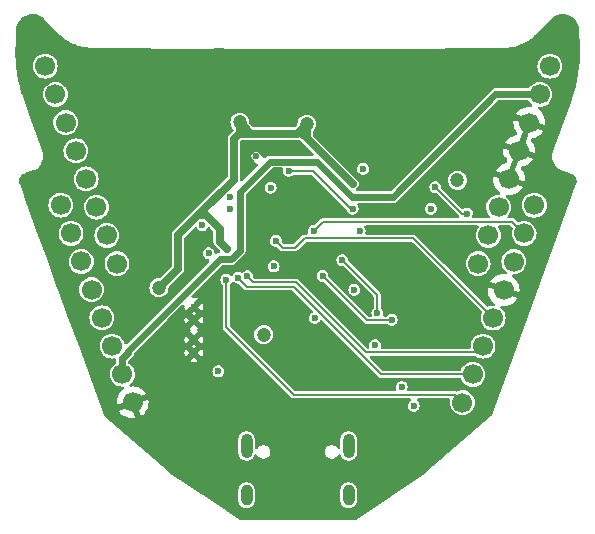
<source format=gbr>
%TF.GenerationSoftware,KiCad,Pcbnew,8.0.4*%
%TF.CreationDate,2024-08-07T12:18:04+02:00*%
%TF.ProjectId,Shard,53686172-642e-46b6-9963-61645f706362,rev?*%
%TF.SameCoordinates,Original*%
%TF.FileFunction,Copper,L3,Inr*%
%TF.FilePolarity,Positive*%
%FSLAX46Y46*%
G04 Gerber Fmt 4.6, Leading zero omitted, Abs format (unit mm)*
G04 Created by KiCad (PCBNEW 8.0.4) date 2024-08-07 12:18:04*
%MOMM*%
%LPD*%
G01*
G04 APERTURE LIST*
G04 Aperture macros list*
%AMHorizOval*
0 Thick line with rounded ends*
0 $1 width*
0 $2 $3 position (X,Y) of the first rounded end (center of the circle)*
0 $4 $5 position (X,Y) of the second rounded end (center of the circle)*
0 Add line between two ends*
20,1,$1,$2,$3,$4,$5,0*
0 Add two circle primitives to create the rounded ends*
1,1,$1,$2,$3*
1,1,$1,$4,$5*%
G04 Aperture macros list end*
%TA.AperFunction,ComponentPad*%
%ADD10HorizOval,1.700000X0.000000X0.000000X0.000000X0.000000X0*%
%TD*%
%TA.AperFunction,ComponentPad*%
%ADD11HorizOval,1.700000X0.000000X0.000000X0.000000X0.000000X0*%
%TD*%
%TA.AperFunction,HeatsinkPad*%
%ADD12C,0.600000*%
%TD*%
%TA.AperFunction,ComponentPad*%
%ADD13R,0.900000X0.500000*%
%TD*%
%TA.AperFunction,ComponentPad*%
%ADD14O,1.000000X2.100000*%
%TD*%
%TA.AperFunction,ComponentPad*%
%ADD15O,1.000000X1.800000*%
%TD*%
%TA.AperFunction,ViaPad*%
%ADD16C,0.600000*%
%TD*%
%TA.AperFunction,ViaPad*%
%ADD17C,1.200000*%
%TD*%
%TA.AperFunction,Conductor*%
%ADD18C,0.635000*%
%TD*%
%TA.AperFunction,Conductor*%
%ADD19C,0.600000*%
%TD*%
%TA.AperFunction,Conductor*%
%ADD20C,0.200000*%
%TD*%
G04 APERTURE END LIST*
D10*
%TO.N,/9*%
%TO.C,J5*%
X127162613Y-93329084D03*
%TO.N,/10*%
X128031344Y-95715903D03*
%TO.N,/11*%
X128900075Y-98102723D03*
%TO.N,/12*%
X129768806Y-100489542D03*
%TO.N,/13*%
X130637538Y-102876361D03*
%TO.N,/14*%
X131506269Y-105263180D03*
%TO.N,/E3.3V*%
X132375000Y-107650000D03*
%TO.N,GND*%
X133243731Y-110036819D03*
%TD*%
%TO.N,/1*%
%TO.C,J4*%
X125843882Y-81567265D03*
%TO.N,/2*%
X126712613Y-83954084D03*
%TO.N,/3*%
X127581344Y-86340904D03*
%TO.N,/4*%
X128450075Y-88727723D03*
%TO.N,/5*%
X129318807Y-91114542D03*
%TO.N,/6*%
X130187538Y-93501361D03*
%TO.N,/7*%
X131056269Y-95888181D03*
%TO.N,/8*%
X131925000Y-98275000D03*
%TD*%
D11*
%TO.N,/15*%
%TO.C,J2*%
X161175000Y-110050000D03*
%TO.N,/16*%
X162043731Y-107663181D03*
%TO.N,/17*%
X162912462Y-105276361D03*
%TO.N,/18*%
X163781193Y-102889542D03*
%TO.N,GND*%
X164649925Y-100502723D03*
%TO.N,/38*%
X165518656Y-98115904D03*
%TO.N,/47*%
X166387387Y-95729084D03*
%TO.N,/48*%
X167256118Y-93342265D03*
%TD*%
D12*
%TO.N,GND*%
%TO.C,U3*%
X138437500Y-101950000D03*
X138437500Y-103050000D03*
%TD*%
D13*
%TO.N,GND*%
%TO.C,ANT1*%
X140550000Y-80300000D03*
%TD*%
D12*
%TO.N,GND*%
%TO.C,U4*%
X138437500Y-104725000D03*
X138437500Y-105825000D03*
%TD*%
D11*
%TO.N,/RX*%
%TO.C,J3*%
X162500000Y-98275000D03*
%TO.N,/TX*%
X163368731Y-95888181D03*
%TO.N,/RESET*%
X164237463Y-93501361D03*
%TO.N,GND*%
X165106193Y-91114542D03*
X165974924Y-88727723D03*
X166843655Y-86340904D03*
%TO.N,/E3.3V*%
X167712387Y-83954084D03*
%TO.N,Net-(D2-A)*%
X168581118Y-81567265D03*
%TD*%
D14*
%TO.N,unconnected-(J1-SHIELD-PadS1)_3*%
%TO.C,J1*%
X142890000Y-113725000D03*
D15*
%TO.N,unconnected-(J1-SHIELD-PadS1)_2*%
X142890000Y-117905000D03*
D14*
%TO.N,unconnected-(J1-SHIELD-PadS1)_1*%
X151530000Y-113725000D03*
D15*
%TO.N,unconnected-(J1-SHIELD-PadS1)*%
X151530000Y-117905000D03*
%TD*%
D16*
%TO.N,GND*%
X144361000Y-115934000D03*
X152489000Y-111870000D03*
X164681000Y-85454000D03*
X143665226Y-81720113D03*
X141770407Y-83995120D03*
X146550000Y-91900000D03*
X128105000Y-101710000D03*
X151325000Y-89325000D03*
X162649000Y-81390000D03*
X146550000Y-95650000D03*
X168745000Y-79358000D03*
X151800000Y-106200000D03*
X136233000Y-87486000D03*
X146393000Y-115934000D03*
X128105000Y-99678000D03*
X158585000Y-85454000D03*
X148950000Y-87350000D03*
X143000000Y-101000000D03*
X160617000Y-81390000D03*
X154521000Y-83422000D03*
X139500000Y-107100000D03*
X136233000Y-83422000D03*
X147500000Y-94700000D03*
X164681000Y-89518000D03*
X156553000Y-85454000D03*
X143920170Y-84220409D03*
X152550000Y-85250000D03*
X155000000Y-86000000D03*
X154900000Y-102000000D03*
X143150000Y-88600000D03*
X145650000Y-94700000D03*
X159250000Y-90910000D03*
X138265000Y-87486000D03*
X152600000Y-83700000D03*
X139450000Y-100900000D03*
X138265000Y-81390000D03*
X152661646Y-91867501D03*
X132169000Y-81390000D03*
X155000000Y-88000000D03*
X164681000Y-81390000D03*
X150457000Y-115934000D03*
X146393000Y-81390000D03*
X162649000Y-93582000D03*
X138000000Y-97000000D03*
X156000000Y-87000000D03*
X152489000Y-81390000D03*
X151200000Y-84800000D03*
X141665226Y-81720113D03*
X136233000Y-111870000D03*
X130137000Y-83422000D03*
X156553000Y-83422000D03*
X156553000Y-113902000D03*
X130137000Y-81390000D03*
X160617000Y-111870000D03*
X126073000Y-85454000D03*
X168745000Y-91550000D03*
X134201000Y-81390000D03*
X150457000Y-83422000D03*
X154100000Y-117300000D03*
X134201000Y-83422000D03*
X154521000Y-81390000D03*
X158585000Y-113902000D03*
X157700000Y-102750000D03*
X139900000Y-99800000D03*
X141665226Y-80500000D03*
X142329000Y-111870000D03*
X150457000Y-81390000D03*
X148425000Y-115934000D03*
X146400000Y-99100000D03*
X140900000Y-88100000D03*
X132169000Y-85454000D03*
X138265000Y-109838000D03*
X158585000Y-111870000D03*
X157300000Y-95550000D03*
X148425000Y-81390000D03*
X160617000Y-83422000D03*
X152489000Y-115934000D03*
X126073000Y-95614000D03*
X144700000Y-93750000D03*
X126073000Y-79358000D03*
X166713000Y-99678000D03*
X136233000Y-113902000D03*
X158585000Y-95614000D03*
X168745000Y-85454000D03*
X160617000Y-85454000D03*
X143725000Y-89200000D03*
X134201000Y-85454000D03*
X154000000Y-89000000D03*
X130137000Y-87486000D03*
X143664924Y-82915682D03*
X140297000Y-113902000D03*
X162649000Y-99678000D03*
X143665226Y-80500000D03*
X146550000Y-93770000D03*
X141665226Y-82940226D03*
X151300000Y-102300000D03*
X156553000Y-81390000D03*
X146393000Y-83422000D03*
X150457000Y-111870000D03*
X162649000Y-91550000D03*
X160617000Y-101710000D03*
X157250000Y-93620000D03*
X159780000Y-97190000D03*
X124041000Y-79358000D03*
X169160000Y-93160000D03*
X153700000Y-84700000D03*
X136600000Y-103950000D03*
X126073000Y-87486000D03*
X146200000Y-86400000D03*
X145400000Y-85000000D03*
X164470000Y-106600000D03*
X134201000Y-111870000D03*
X148450000Y-93750000D03*
X147190000Y-111570000D03*
X162649000Y-109838000D03*
X142072134Y-84985893D03*
X150457000Y-117966000D03*
X158585000Y-81390000D03*
X136600000Y-106700000D03*
X130137000Y-89518000D03*
X136233000Y-109838000D03*
X146393000Y-117966000D03*
X158585000Y-87486000D03*
X134201000Y-87486000D03*
X142329000Y-115934000D03*
X129920000Y-105050000D03*
X144361000Y-101710000D03*
X140297000Y-109838000D03*
X152800000Y-101850000D03*
X132169000Y-83422000D03*
X124041000Y-81390000D03*
X144361000Y-117966000D03*
X128105000Y-81390000D03*
X138265000Y-83422000D03*
X147500000Y-92800000D03*
X140297000Y-81390000D03*
X158585000Y-83422000D03*
X149800000Y-85900000D03*
X140297000Y-83422000D03*
X138265000Y-113902000D03*
X136233000Y-81390000D03*
X136233000Y-85454000D03*
X160617000Y-103742000D03*
X148425000Y-117966000D03*
X145650000Y-92800000D03*
X153714726Y-104285274D03*
X154521000Y-113902000D03*
X145000000Y-88092500D03*
X164681000Y-87486000D03*
X156000000Y-93630000D03*
X138265000Y-85454000D03*
X140300000Y-117300000D03*
X148425000Y-83422000D03*
X126073000Y-91550000D03*
D17*
%TO.N,/VIN*%
X144338542Y-104286458D03*
X160750000Y-91225000D03*
%TO.N,+3.3V*%
X135475000Y-100325000D03*
X148000000Y-86475000D03*
X142325000Y-86325000D03*
D16*
X141250000Y-97075000D03*
X151870000Y-91520000D03*
%TO.N,/E3.3V*%
X157050000Y-110325000D03*
%TO.N,/RESET*%
X146457641Y-90441616D03*
X151870000Y-93640000D03*
X156025000Y-108725000D03*
%TO.N,/21*%
X145194993Y-98518215D03*
X148669999Y-102880001D03*
%TO.N,/11*%
X139150000Y-95025000D03*
%TO.N,/14*%
X139675000Y-97400000D03*
%TO.N,/15*%
X141175000Y-99650000D03*
%TO.N,/10*%
X141507500Y-93671241D03*
%TO.N,/9*%
X141486350Y-92646150D03*
%TO.N,/18*%
X145380121Y-96358570D03*
%TO.N,/16*%
X142175000Y-99475000D03*
%TO.N,/48*%
X152470000Y-95519827D03*
%TO.N,/17*%
X142966735Y-99360280D03*
%TO.N,/47*%
X148593339Y-95500890D03*
%TO.N,/RX*%
X158502637Y-93640000D03*
X152760000Y-90260000D03*
%TO.N,/TX*%
X158870000Y-91810000D03*
X161540000Y-94051361D03*
%TO.N,/SPICS0*%
X153777961Y-105197039D03*
X152018768Y-100502740D03*
%TO.N,/SPIQ*%
X150999645Y-97987415D03*
X153975000Y-102450000D03*
%TO.N,/SPIWP*%
X155185430Y-103049794D03*
X149325000Y-99325000D03*
%TO.N,/BOOT*%
X144925000Y-91850000D03*
X140500000Y-107410000D03*
%TD*%
D18*
%TO.N,+3.3V*%
X147200000Y-87275000D02*
X148000000Y-86475000D01*
X139488620Y-94207500D02*
X138811380Y-94207500D01*
X137100000Y-98700000D02*
X137100000Y-95876380D01*
X137100000Y-95876380D02*
X138811380Y-94165000D01*
X138811380Y-94165000D02*
X139446120Y-94165000D01*
X151870000Y-91520000D02*
X148000000Y-87650000D01*
X141800000Y-91176380D02*
X141800000Y-87750000D01*
X135475000Y-100325000D02*
X137100000Y-98700000D01*
X139446120Y-94165000D02*
X140612500Y-95331380D01*
X143275000Y-87275000D02*
X142375000Y-87275000D01*
X141250000Y-97075000D02*
X141250000Y-97050000D01*
X142375000Y-87275000D02*
X142325000Y-87225000D01*
X147200000Y-87275000D02*
X147375000Y-87100000D01*
X141800000Y-87750000D02*
X142325000Y-87225000D01*
X148000000Y-86475000D02*
X148000000Y-87650000D01*
X142325000Y-87225000D02*
X142325000Y-86325000D01*
X138811380Y-94207500D02*
X138811380Y-94165000D01*
X143275000Y-87275000D02*
X147200000Y-87275000D01*
X142325000Y-86325000D02*
X143275000Y-87275000D01*
X140612500Y-95331380D02*
X140612500Y-96412500D01*
X147375000Y-87100000D02*
X147450000Y-87100000D01*
X147450000Y-87100000D02*
X148000000Y-87650000D01*
X141250000Y-97050000D02*
X140612500Y-96412500D01*
X138811380Y-94165000D02*
X141800000Y-91176380D01*
D19*
%TO.N,/E3.3V*%
X132856269Y-105822369D02*
X132375000Y-106303638D01*
X151861380Y-92667500D02*
X148835496Y-89641616D01*
X144880884Y-89641616D02*
X142307500Y-92215000D01*
X142307500Y-97173620D02*
X141588620Y-97892500D01*
X140607500Y-97892500D02*
X132856269Y-105643731D01*
X141588620Y-97892500D02*
X140607500Y-97892500D01*
X148835496Y-89641616D02*
X144880884Y-89641616D01*
X155252500Y-92667500D02*
X151861380Y-92667500D01*
X142307500Y-92215000D02*
X142307500Y-97173620D01*
X132856269Y-105643731D02*
X132856269Y-105822369D01*
X132375000Y-106303638D02*
X132375000Y-107650000D01*
X167712387Y-83954084D02*
X163965916Y-83954084D01*
X163965916Y-83954084D02*
X155252500Y-92667500D01*
D20*
%TO.N,/RESET*%
X148551616Y-90441616D02*
X146457641Y-90441616D01*
X151870000Y-93640000D02*
X151750000Y-93640000D01*
X151750000Y-93640000D02*
X148551616Y-90441616D01*
%TO.N,/15*%
X160511825Y-109386825D02*
X161175000Y-110050000D01*
X141175000Y-99650000D02*
X141175000Y-103665000D01*
X146896825Y-109386825D02*
X160511825Y-109386825D01*
X141175000Y-103665000D02*
X146896825Y-109386825D01*
%TO.N,/18*%
X147800269Y-96119827D02*
X157011478Y-96119827D01*
X145380121Y-96358570D02*
X145951551Y-96930000D01*
X157011478Y-96119827D02*
X163781193Y-102889542D01*
X145951551Y-96930000D02*
X146990096Y-96930000D01*
X146990096Y-96930000D02*
X147800269Y-96119827D01*
%TO.N,/16*%
X154301710Y-107663181D02*
X162043731Y-107663181D01*
X142175000Y-99475000D02*
X142950000Y-100250000D01*
X142950000Y-100250000D02*
X146888529Y-100250000D01*
X146888529Y-100250000D02*
X154301710Y-107663181D01*
%TO.N,/17*%
X162391784Y-105797039D02*
X162912462Y-105276361D01*
X143456455Y-99850000D02*
X147054215Y-99850000D01*
X153001254Y-105797039D02*
X162391784Y-105797039D01*
X147054215Y-99850000D02*
X153001254Y-105797039D01*
X142966735Y-99360280D02*
X143456455Y-99850000D01*
%TO.N,/47*%
X165396484Y-94738181D02*
X166387387Y-95729084D01*
X148593339Y-95500890D02*
X149356048Y-94738181D01*
X149356048Y-94738181D02*
X165396484Y-94738181D01*
%TO.N,/TX*%
X161540000Y-94051361D02*
X161111361Y-94051361D01*
X161111361Y-94051361D02*
X158870000Y-91810000D01*
%TO.N,/SPICS0*%
X153777961Y-105102961D02*
X153777961Y-105197039D01*
%TO.N,/SPIQ*%
X153975000Y-102450000D02*
X153975000Y-100962770D01*
X153975000Y-100962770D02*
X150999645Y-97987415D01*
%TO.N,/SPIWP*%
X155185430Y-103049794D02*
X155160224Y-103075000D01*
X153075000Y-103075000D02*
X149325000Y-99325000D01*
X155160224Y-103075000D02*
X153075000Y-103075000D01*
%TD*%
%TA.AperFunction,Conductor*%
%TO.N,GND*%
G36*
X147381075Y-87783131D02*
G01*
X147430998Y-87813561D01*
X147585496Y-87968059D01*
X147689005Y-88071568D01*
X147689011Y-88071573D01*
X148546873Y-88929435D01*
X148580358Y-88990758D01*
X148575374Y-89060450D01*
X148533502Y-89116383D01*
X148468038Y-89140800D01*
X148459192Y-89141116D01*
X144814992Y-89141116D01*
X144687697Y-89175224D01*
X144660925Y-89190681D01*
X144634152Y-89206139D01*
X144573955Y-89240894D01*
X144573567Y-89241118D01*
X144507524Y-89307162D01*
X144446201Y-89340647D01*
X144376509Y-89335663D01*
X144332162Y-89307162D01*
X143875000Y-88850000D01*
X143863164Y-88847848D01*
X143600000Y-88800000D01*
X143599999Y-88800000D01*
X143274999Y-89074999D01*
X143375000Y-89425000D01*
X143541652Y-89544037D01*
X143557259Y-89557259D01*
X143819662Y-89819662D01*
X143853147Y-89880985D01*
X143848163Y-89950677D01*
X143819662Y-89995024D01*
X142529681Y-91285005D01*
X142468358Y-91318490D01*
X142398666Y-91313506D01*
X142342733Y-91271634D01*
X142318316Y-91206170D01*
X142318000Y-91197324D01*
X142318000Y-88015924D01*
X142337685Y-87948885D01*
X142354313Y-87928248D01*
X142453245Y-87829317D01*
X142514568Y-87795834D01*
X142540925Y-87793000D01*
X147268195Y-87793000D01*
X147268196Y-87793000D01*
X147311225Y-87781470D01*
X147381075Y-87783131D01*
G37*
%TD.AperFunction*%
%TA.AperFunction,Conductor*%
G36*
X165667917Y-89127822D02*
G01*
X165781931Y-89193648D01*
X165909098Y-89227723D01*
X166040750Y-89227723D01*
X166060952Y-89222309D01*
X165733413Y-90122219D01*
X165733413Y-90122220D01*
X165489931Y-90791174D01*
X165413200Y-90714443D01*
X165299186Y-90648617D01*
X165172019Y-90614542D01*
X165040367Y-90614542D01*
X165020161Y-90619956D01*
X165347704Y-89720045D01*
X165591184Y-89051089D01*
X165667917Y-89127822D01*
G37*
%TD.AperFunction*%
%TA.AperFunction,Conductor*%
G36*
X166536648Y-86741003D02*
G01*
X166650662Y-86806829D01*
X166777829Y-86840904D01*
X166909481Y-86840904D01*
X166929683Y-86835490D01*
X166602144Y-87735400D01*
X166602144Y-87735401D01*
X166358662Y-88404355D01*
X166281931Y-88327624D01*
X166167917Y-88261798D01*
X166040750Y-88227723D01*
X165909098Y-88227723D01*
X165888892Y-88233137D01*
X166216435Y-87333226D01*
X166459915Y-86664270D01*
X166536648Y-86741003D01*
G37*
%TD.AperFunction*%
%TA.AperFunction,Conductor*%
G36*
X169857233Y-77163708D02*
G01*
X169876163Y-77166402D01*
X170068309Y-77209096D01*
X170086598Y-77214671D01*
X170269880Y-77286424D01*
X170287102Y-77294752D01*
X170307155Y-77306438D01*
X170457151Y-77393851D01*
X170472895Y-77404736D01*
X170625662Y-77528821D01*
X170639542Y-77541998D01*
X170771395Y-77688115D01*
X170783083Y-77703273D01*
X170890874Y-77867934D01*
X170900090Y-77884708D01*
X170981261Y-78064003D01*
X170987786Y-78081997D01*
X171040398Y-78271652D01*
X171044075Y-78290435D01*
X171067535Y-78491600D01*
X171068276Y-78501148D01*
X171070916Y-78569094D01*
X171070922Y-78569147D01*
X171123512Y-79921022D01*
X171123512Y-79921032D01*
X171126107Y-79987757D01*
X171126188Y-79990761D01*
X171134261Y-80542361D01*
X171134203Y-80548374D01*
X171115578Y-81098177D01*
X171115229Y-81104180D01*
X171069973Y-81652454D01*
X171069333Y-81658432D01*
X170997556Y-82203852D01*
X170996627Y-82209793D01*
X170898491Y-82751103D01*
X170897275Y-82756991D01*
X170773022Y-83292878D01*
X170771523Y-83298701D01*
X170621430Y-83827971D01*
X170619650Y-83833714D01*
X170443519Y-84356740D01*
X170442526Y-84359575D01*
X170428802Y-84397281D01*
X170422275Y-84415218D01*
X170421955Y-84416096D01*
X170421954Y-84416098D01*
X168847436Y-88741948D01*
X168847093Y-88742878D01*
X168828190Y-88793549D01*
X168811632Y-88837933D01*
X168780721Y-88990758D01*
X168772083Y-89033464D01*
X168763779Y-89232784D01*
X168786925Y-89430933D01*
X168840942Y-89622961D01*
X168924490Y-89804111D01*
X168924493Y-89804117D01*
X169035487Y-89969868D01*
X169035491Y-89969872D01*
X169171178Y-90116110D01*
X169328175Y-90239189D01*
X169502575Y-90336045D01*
X169526500Y-90344763D01*
X169526895Y-90344937D01*
X169534349Y-90347650D01*
X169534352Y-90347652D01*
X170214424Y-90595184D01*
X170412267Y-90667195D01*
X170425039Y-90672673D01*
X170534518Y-90727092D01*
X170557836Y-90742155D01*
X170647028Y-90815128D01*
X170666415Y-90835007D01*
X170737134Y-90926000D01*
X170751613Y-90949696D01*
X170800308Y-91054142D01*
X170809150Y-91080465D01*
X170833383Y-91193132D01*
X170836145Y-91220762D01*
X170834699Y-91335988D01*
X170831244Y-91363541D01*
X170802413Y-91482924D01*
X170798395Y-91496238D01*
X170775965Y-91557841D01*
X170775931Y-91557956D01*
X170617783Y-91992457D01*
X170429178Y-92510636D01*
X170429177Y-92510638D01*
X166863331Y-102307543D01*
X163651262Y-111132468D01*
X163615951Y-111183762D01*
X158099372Y-115964795D01*
X158087359Y-115973986D01*
X152132907Y-119978396D01*
X152066293Y-119999473D01*
X152063709Y-119999500D01*
X142390458Y-119999500D01*
X142323419Y-119979815D01*
X142321260Y-119978396D01*
X139935556Y-118373995D01*
X142189499Y-118373995D01*
X142216418Y-118509322D01*
X142216421Y-118509332D01*
X142269221Y-118636804D01*
X142269228Y-118636817D01*
X142345885Y-118751541D01*
X142345888Y-118751545D01*
X142443454Y-118849111D01*
X142443458Y-118849114D01*
X142558182Y-118925771D01*
X142558195Y-118925778D01*
X142685667Y-118978578D01*
X142685672Y-118978580D01*
X142685676Y-118978580D01*
X142685677Y-118978581D01*
X142821004Y-119005500D01*
X142821007Y-119005500D01*
X142958995Y-119005500D01*
X143050041Y-118987389D01*
X143094328Y-118978580D01*
X143221811Y-118925775D01*
X143336542Y-118849114D01*
X143434114Y-118751542D01*
X143510775Y-118636811D01*
X143563580Y-118509328D01*
X143590500Y-118373995D01*
X150829499Y-118373995D01*
X150856418Y-118509322D01*
X150856421Y-118509332D01*
X150909221Y-118636804D01*
X150909228Y-118636817D01*
X150985885Y-118751541D01*
X150985888Y-118751545D01*
X151083454Y-118849111D01*
X151083458Y-118849114D01*
X151198182Y-118925771D01*
X151198195Y-118925778D01*
X151325667Y-118978578D01*
X151325672Y-118978580D01*
X151325676Y-118978580D01*
X151325677Y-118978581D01*
X151461004Y-119005500D01*
X151461007Y-119005500D01*
X151598995Y-119005500D01*
X151690041Y-118987389D01*
X151734328Y-118978580D01*
X151861811Y-118925775D01*
X151976542Y-118849114D01*
X152074114Y-118751542D01*
X152150775Y-118636811D01*
X152203580Y-118509328D01*
X152230500Y-118373993D01*
X152230500Y-117436007D01*
X152230500Y-117436004D01*
X152203581Y-117300677D01*
X152203580Y-117300676D01*
X152203580Y-117300672D01*
X152203578Y-117300667D01*
X152150778Y-117173195D01*
X152150771Y-117173182D01*
X152074114Y-117058458D01*
X152074111Y-117058454D01*
X151976545Y-116960888D01*
X151976541Y-116960885D01*
X151861817Y-116884228D01*
X151861804Y-116884221D01*
X151734332Y-116831421D01*
X151734322Y-116831418D01*
X151598995Y-116804500D01*
X151598993Y-116804500D01*
X151461007Y-116804500D01*
X151461005Y-116804500D01*
X151325677Y-116831418D01*
X151325667Y-116831421D01*
X151198195Y-116884221D01*
X151198182Y-116884228D01*
X151083458Y-116960885D01*
X151083454Y-116960888D01*
X150985888Y-117058454D01*
X150985885Y-117058458D01*
X150909228Y-117173182D01*
X150909221Y-117173195D01*
X150856421Y-117300667D01*
X150856418Y-117300677D01*
X150829500Y-117436004D01*
X150829500Y-117436007D01*
X150829500Y-118373993D01*
X150829500Y-118373995D01*
X150829499Y-118373995D01*
X143590500Y-118373995D01*
X143590500Y-118373993D01*
X143590500Y-117436007D01*
X143590500Y-117436004D01*
X143563581Y-117300677D01*
X143563580Y-117300676D01*
X143563580Y-117300672D01*
X143563578Y-117300667D01*
X143510778Y-117173195D01*
X143510771Y-117173182D01*
X143434114Y-117058458D01*
X143434111Y-117058454D01*
X143336545Y-116960888D01*
X143336541Y-116960885D01*
X143221817Y-116884228D01*
X143221804Y-116884221D01*
X143094332Y-116831421D01*
X143094322Y-116831418D01*
X142958995Y-116804500D01*
X142958993Y-116804500D01*
X142821007Y-116804500D01*
X142821005Y-116804500D01*
X142685677Y-116831418D01*
X142685667Y-116831421D01*
X142558195Y-116884221D01*
X142558182Y-116884228D01*
X142443458Y-116960885D01*
X142443454Y-116960888D01*
X142345888Y-117058454D01*
X142345885Y-117058458D01*
X142269228Y-117173182D01*
X142269221Y-117173195D01*
X142216421Y-117300667D01*
X142216418Y-117300677D01*
X142189500Y-117436004D01*
X142189500Y-117436007D01*
X142189500Y-118373993D01*
X142189500Y-118373995D01*
X142189499Y-118373995D01*
X139935556Y-118373995D01*
X136366805Y-115973987D01*
X136354792Y-115964796D01*
X135032848Y-114819111D01*
X134484637Y-114343995D01*
X142189499Y-114343995D01*
X142216418Y-114479322D01*
X142216421Y-114479332D01*
X142269221Y-114606804D01*
X142269228Y-114606817D01*
X142345885Y-114721541D01*
X142345888Y-114721545D01*
X142443454Y-114819111D01*
X142443458Y-114819114D01*
X142558182Y-114895771D01*
X142558195Y-114895778D01*
X142685667Y-114948578D01*
X142685672Y-114948580D01*
X142685676Y-114948580D01*
X142685677Y-114948581D01*
X142821004Y-114975500D01*
X142821007Y-114975500D01*
X142958995Y-114975500D01*
X143050041Y-114957389D01*
X143094328Y-114948580D01*
X143221811Y-114895775D01*
X143336542Y-114819114D01*
X143434114Y-114721542D01*
X143510775Y-114606811D01*
X143522559Y-114578361D01*
X143565911Y-114473701D01*
X143567718Y-114474449D01*
X143601044Y-114423565D01*
X143664847Y-114395089D01*
X143733918Y-114405629D01*
X143786325Y-114451838D01*
X143788822Y-114455974D01*
X143801944Y-114478702D01*
X143859485Y-114578365D01*
X143966635Y-114685515D01*
X144097865Y-114761281D01*
X144244234Y-114800500D01*
X144244236Y-114800500D01*
X144395764Y-114800500D01*
X144395766Y-114800500D01*
X144542135Y-114761281D01*
X144673365Y-114685515D01*
X144780515Y-114578365D01*
X144856281Y-114447135D01*
X144895500Y-114300766D01*
X144895500Y-114149234D01*
X149524500Y-114149234D01*
X149524500Y-114300765D01*
X149563719Y-114447136D01*
X149582308Y-114479332D01*
X149639485Y-114578365D01*
X149746635Y-114685515D01*
X149877865Y-114761281D01*
X150024234Y-114800500D01*
X150024236Y-114800500D01*
X150175764Y-114800500D01*
X150175766Y-114800500D01*
X150322135Y-114761281D01*
X150453365Y-114685515D01*
X150560515Y-114578365D01*
X150631177Y-114455974D01*
X150681744Y-114407759D01*
X150750351Y-114394536D01*
X150815216Y-114420504D01*
X150853322Y-114474018D01*
X150854089Y-114473701D01*
X150855469Y-114477033D01*
X150855744Y-114477419D01*
X150856160Y-114478702D01*
X150909221Y-114606804D01*
X150909228Y-114606817D01*
X150985885Y-114721541D01*
X150985888Y-114721545D01*
X151083454Y-114819111D01*
X151083458Y-114819114D01*
X151198182Y-114895771D01*
X151198195Y-114895778D01*
X151325667Y-114948578D01*
X151325672Y-114948580D01*
X151325676Y-114948580D01*
X151325677Y-114948581D01*
X151461004Y-114975500D01*
X151461007Y-114975500D01*
X151598995Y-114975500D01*
X151690041Y-114957389D01*
X151734328Y-114948580D01*
X151861811Y-114895775D01*
X151976542Y-114819114D01*
X152074114Y-114721542D01*
X152150775Y-114606811D01*
X152203580Y-114479328D01*
X152230500Y-114343993D01*
X152230500Y-113106007D01*
X152230500Y-113106004D01*
X152203581Y-112970677D01*
X152203580Y-112970676D01*
X152203580Y-112970672D01*
X152203578Y-112970667D01*
X152150778Y-112843195D01*
X152150771Y-112843182D01*
X152074114Y-112728458D01*
X152074111Y-112728454D01*
X151976545Y-112630888D01*
X151976541Y-112630885D01*
X151861817Y-112554228D01*
X151861804Y-112554221D01*
X151734332Y-112501421D01*
X151734322Y-112501418D01*
X151598995Y-112474500D01*
X151598993Y-112474500D01*
X151461007Y-112474500D01*
X151461005Y-112474500D01*
X151325677Y-112501418D01*
X151325667Y-112501421D01*
X151198195Y-112554221D01*
X151198182Y-112554228D01*
X151083458Y-112630885D01*
X151083454Y-112630888D01*
X150985888Y-112728454D01*
X150985885Y-112728458D01*
X150909228Y-112843182D01*
X150909221Y-112843195D01*
X150856421Y-112970667D01*
X150856418Y-112970677D01*
X150829500Y-113106004D01*
X150829500Y-113874755D01*
X150809815Y-113941794D01*
X150757011Y-113987549D01*
X150687853Y-113997493D01*
X150624297Y-113968468D01*
X150598113Y-113936756D01*
X150585731Y-113915310D01*
X150560515Y-113871635D01*
X150453365Y-113764485D01*
X150387750Y-113726602D01*
X150322136Y-113688719D01*
X150248950Y-113669109D01*
X150175766Y-113649500D01*
X150024234Y-113649500D01*
X149877863Y-113688719D01*
X149746635Y-113764485D01*
X149746632Y-113764487D01*
X149639487Y-113871632D01*
X149639485Y-113871635D01*
X149563719Y-114002863D01*
X149524500Y-114149234D01*
X144895500Y-114149234D01*
X144856281Y-114002865D01*
X144853179Y-113997493D01*
X144821021Y-113941794D01*
X144780515Y-113871635D01*
X144673365Y-113764485D01*
X144607750Y-113726602D01*
X144542136Y-113688719D01*
X144468950Y-113669109D01*
X144395766Y-113649500D01*
X144244234Y-113649500D01*
X144097863Y-113688719D01*
X143966635Y-113764485D01*
X143966632Y-113764487D01*
X143859487Y-113871632D01*
X143859485Y-113871635D01*
X143821887Y-113936756D01*
X143771319Y-113984971D01*
X143702712Y-113998193D01*
X143637847Y-113972225D01*
X143597319Y-113915310D01*
X143590500Y-113874755D01*
X143590500Y-113106004D01*
X143563581Y-112970677D01*
X143563580Y-112970676D01*
X143563580Y-112970672D01*
X143563578Y-112970667D01*
X143510778Y-112843195D01*
X143510771Y-112843182D01*
X143434114Y-112728458D01*
X143434111Y-112728454D01*
X143336545Y-112630888D01*
X143336541Y-112630885D01*
X143221817Y-112554228D01*
X143221804Y-112554221D01*
X143094332Y-112501421D01*
X143094322Y-112501418D01*
X142958995Y-112474500D01*
X142958993Y-112474500D01*
X142821007Y-112474500D01*
X142821005Y-112474500D01*
X142685677Y-112501418D01*
X142685667Y-112501421D01*
X142558195Y-112554221D01*
X142558182Y-112554228D01*
X142443458Y-112630885D01*
X142443454Y-112630888D01*
X142345888Y-112728454D01*
X142345885Y-112728458D01*
X142269228Y-112843182D01*
X142269221Y-112843195D01*
X142216421Y-112970667D01*
X142216418Y-112970677D01*
X142189500Y-113106004D01*
X142189500Y-113106007D01*
X142189500Y-114343993D01*
X142189500Y-114343995D01*
X142189499Y-114343995D01*
X134484637Y-114343995D01*
X130838213Y-111183761D01*
X130802903Y-111132468D01*
X130793117Y-111105583D01*
X128666618Y-105263180D01*
X130450686Y-105263180D01*
X130470968Y-105469112D01*
X130531038Y-105667136D01*
X130537771Y-105679734D01*
X130628584Y-105849630D01*
X130639403Y-105862813D01*
X130759858Y-106009590D01*
X130856478Y-106088882D01*
X130919819Y-106140865D01*
X131102315Y-106238412D01*
X131300335Y-106298480D01*
X131300334Y-106298480D01*
X131318798Y-106300298D01*
X131506269Y-106318763D01*
X131712203Y-106298480D01*
X131714500Y-106297782D01*
X131715764Y-106297771D01*
X131718176Y-106297292D01*
X131718266Y-106297749D01*
X131784365Y-106297156D01*
X131843480Y-106334401D01*
X131873074Y-106397694D01*
X131874500Y-106416442D01*
X131874500Y-106652051D01*
X131854815Y-106719090D01*
X131808955Y-106761408D01*
X131788548Y-106772315D01*
X131628589Y-106903589D01*
X131497317Y-107063547D01*
X131399769Y-107246043D01*
X131339699Y-107444067D01*
X131319417Y-107650000D01*
X131339699Y-107855932D01*
X131354173Y-107903645D01*
X131399768Y-108053954D01*
X131497315Y-108236450D01*
X131508134Y-108249633D01*
X131628589Y-108396410D01*
X131725209Y-108475702D01*
X131788550Y-108527685D01*
X131971046Y-108625232D01*
X132169066Y-108685300D01*
X132169065Y-108685300D01*
X132375000Y-108705583D01*
X132388611Y-108704242D01*
X132457257Y-108717257D01*
X132507969Y-108765320D01*
X132524647Y-108833170D01*
X132501994Y-108899266D01*
X132471894Y-108929218D01*
X132372660Y-108998703D01*
X132372651Y-108998710D01*
X132205622Y-109165739D01*
X132205617Y-109165745D01*
X132070131Y-109359239D01*
X132070130Y-109359241D01*
X131970301Y-109573326D01*
X131970297Y-109573335D01*
X131909163Y-109801492D01*
X131909161Y-109801503D01*
X131888574Y-110036817D01*
X131888574Y-110036821D01*
X131907836Y-110256999D01*
X132749144Y-109950788D01*
X132743731Y-109970993D01*
X132743731Y-110102645D01*
X132777806Y-110229812D01*
X132843632Y-110343826D01*
X132920364Y-110420558D01*
X132078847Y-110726846D01*
X132205621Y-110907897D01*
X132372648Y-111074924D01*
X132566152Y-111210419D01*
X132780238Y-111310248D01*
X132780247Y-111310252D01*
X133008404Y-111371386D01*
X133008415Y-111371388D01*
X133243729Y-111391976D01*
X133243732Y-111391976D01*
X133463911Y-111372711D01*
X133157701Y-110531405D01*
X133177905Y-110536819D01*
X133309557Y-110536819D01*
X133436724Y-110502744D01*
X133550738Y-110436918D01*
X133627469Y-110360186D01*
X133933758Y-111201701D01*
X134114810Y-111074928D01*
X134281836Y-110907901D01*
X134417331Y-110714397D01*
X134517160Y-110500311D01*
X134517164Y-110500302D01*
X134578298Y-110272145D01*
X134578300Y-110272134D01*
X134598888Y-110036820D01*
X134598888Y-110036818D01*
X134579623Y-109816637D01*
X133738317Y-110122846D01*
X133743731Y-110102645D01*
X133743731Y-109970993D01*
X133709656Y-109843826D01*
X133643830Y-109729812D01*
X133567096Y-109653078D01*
X134408613Y-109346791D01*
X134281840Y-109165739D01*
X134114813Y-108998713D01*
X133921309Y-108863218D01*
X133707223Y-108763389D01*
X133707214Y-108763385D01*
X133479057Y-108702251D01*
X133479046Y-108702249D01*
X133243733Y-108681662D01*
X133243729Y-108681662D01*
X133117120Y-108692738D01*
X133048620Y-108678971D01*
X132998437Y-108630355D01*
X132982504Y-108562327D01*
X133005880Y-108496483D01*
X133027644Y-108473361D01*
X133121410Y-108396410D01*
X133252685Y-108236450D01*
X133350232Y-108053954D01*
X133410300Y-107855934D01*
X133430583Y-107650000D01*
X133410300Y-107444066D01*
X133399966Y-107410000D01*
X139994353Y-107410000D01*
X140014834Y-107552456D01*
X140074622Y-107683371D01*
X140074623Y-107683373D01*
X140168872Y-107792143D01*
X140289947Y-107869953D01*
X140289950Y-107869954D01*
X140289949Y-107869954D01*
X140428036Y-107910499D01*
X140428038Y-107910500D01*
X140428039Y-107910500D01*
X140571962Y-107910500D01*
X140571962Y-107910499D01*
X140710053Y-107869953D01*
X140831128Y-107792143D01*
X140925377Y-107683373D01*
X140985165Y-107552457D01*
X141005647Y-107410000D01*
X140985165Y-107267543D01*
X140925377Y-107136627D01*
X140831128Y-107027857D01*
X140710053Y-106950047D01*
X140710051Y-106950046D01*
X140710049Y-106950045D01*
X140710050Y-106950045D01*
X140571963Y-106909500D01*
X140571961Y-106909500D01*
X140428039Y-106909500D01*
X140428036Y-106909500D01*
X140289949Y-106950045D01*
X140168873Y-107027856D01*
X140074623Y-107136626D01*
X140074622Y-107136628D01*
X140014834Y-107267543D01*
X139994353Y-107410000D01*
X133399966Y-107410000D01*
X133350232Y-107246046D01*
X133252685Y-107063550D01*
X133159536Y-106950047D01*
X133121410Y-106903589D01*
X132961451Y-106772315D01*
X132941045Y-106761408D01*
X132891202Y-106712445D01*
X132875500Y-106652051D01*
X132875500Y-106562314D01*
X132881565Y-106541660D01*
X138074392Y-106541660D01*
X138074392Y-106541661D01*
X138088192Y-106550333D01*
X138088191Y-106550333D01*
X138258361Y-106609878D01*
X138437497Y-106630062D01*
X138437503Y-106630062D01*
X138616638Y-106609878D01*
X138616641Y-106609877D01*
X138786805Y-106550334D01*
X138786806Y-106550334D01*
X138800606Y-106541661D01*
X138800606Y-106541660D01*
X138437501Y-106178553D01*
X138437500Y-106178553D01*
X138074392Y-106541660D01*
X132881565Y-106541660D01*
X132895185Y-106495275D01*
X132911819Y-106474633D01*
X133077232Y-106309220D01*
X133256769Y-106129683D01*
X133322661Y-106015555D01*
X133356769Y-105888262D01*
X133356769Y-105888249D01*
X133356916Y-105887138D01*
X133357306Y-105886256D01*
X133358872Y-105880412D01*
X133359783Y-105880656D01*
X133384403Y-105824997D01*
X137632438Y-105824997D01*
X137632438Y-105825002D01*
X137652621Y-106004138D01*
X137712165Y-106174304D01*
X137720838Y-106188107D01*
X138083946Y-105825000D01*
X138083946Y-105824999D01*
X138054110Y-105795163D01*
X138287500Y-105795163D01*
X138287500Y-105854837D01*
X138310336Y-105909968D01*
X138352532Y-105952164D01*
X138407663Y-105975000D01*
X138467337Y-105975000D01*
X138522468Y-105952164D01*
X138564664Y-105909968D01*
X138587500Y-105854837D01*
X138587500Y-105825000D01*
X138791053Y-105825000D01*
X139154160Y-106188106D01*
X139154161Y-106188106D01*
X139162834Y-106174306D01*
X139162834Y-106174305D01*
X139222377Y-106004141D01*
X139222378Y-106004138D01*
X139242562Y-105825002D01*
X139242562Y-105824997D01*
X139222378Y-105645861D01*
X139162833Y-105475692D01*
X139154161Y-105461892D01*
X139154160Y-105461892D01*
X138791053Y-105825000D01*
X138587500Y-105825000D01*
X138587500Y-105795163D01*
X138564664Y-105740032D01*
X138522468Y-105697836D01*
X138467337Y-105675000D01*
X138407663Y-105675000D01*
X138352532Y-105697836D01*
X138310336Y-105740032D01*
X138287500Y-105795163D01*
X138054110Y-105795163D01*
X137720838Y-105461891D01*
X137720837Y-105461891D01*
X137712167Y-105475691D01*
X137712162Y-105475701D01*
X137652622Y-105645858D01*
X137652621Y-105645861D01*
X137632438Y-105824997D01*
X133384403Y-105824997D01*
X133385180Y-105823241D01*
X133392163Y-105815650D01*
X133932814Y-105274999D01*
X138241053Y-105274999D01*
X138437500Y-105471446D01*
X138633946Y-105275001D01*
X138633946Y-105275000D01*
X138437500Y-105078553D01*
X138241053Y-105274999D01*
X133932814Y-105274999D01*
X134482816Y-104724997D01*
X137632438Y-104724997D01*
X137632438Y-104725002D01*
X137652621Y-104904138D01*
X137712165Y-105074304D01*
X137720838Y-105088107D01*
X138083946Y-104725000D01*
X138083946Y-104724999D01*
X138054110Y-104695163D01*
X138287500Y-104695163D01*
X138287500Y-104754837D01*
X138310336Y-104809968D01*
X138352532Y-104852164D01*
X138407663Y-104875000D01*
X138467337Y-104875000D01*
X138522468Y-104852164D01*
X138564664Y-104809968D01*
X138587500Y-104754837D01*
X138587500Y-104725000D01*
X138791053Y-104725000D01*
X139154160Y-105088106D01*
X139154161Y-105088106D01*
X139162834Y-105074306D01*
X139162834Y-105074305D01*
X139222377Y-104904141D01*
X139222378Y-104904138D01*
X139242562Y-104725002D01*
X139242562Y-104724997D01*
X139222378Y-104545861D01*
X139162833Y-104375692D01*
X139154161Y-104361892D01*
X139154160Y-104361892D01*
X138791053Y-104725000D01*
X138587500Y-104725000D01*
X138587500Y-104695163D01*
X138564664Y-104640032D01*
X138522468Y-104597836D01*
X138467337Y-104575000D01*
X138407663Y-104575000D01*
X138352532Y-104597836D01*
X138310336Y-104640032D01*
X138287500Y-104695163D01*
X138054110Y-104695163D01*
X137720838Y-104361891D01*
X137720837Y-104361891D01*
X137712167Y-104375691D01*
X137712162Y-104375701D01*
X137652622Y-104545858D01*
X137652621Y-104545861D01*
X137632438Y-104724997D01*
X134482816Y-104724997D01*
X135199476Y-104008337D01*
X138074391Y-104008337D01*
X138074391Y-104008338D01*
X138437500Y-104371446D01*
X138437501Y-104371446D01*
X138800607Y-104008338D01*
X138786800Y-103999662D01*
X138785885Y-103999222D01*
X138785395Y-103998779D01*
X138780906Y-103995959D01*
X138781399Y-103995172D01*
X138734023Y-103952402D01*
X138715708Y-103884976D01*
X138736753Y-103818351D01*
X138781331Y-103779722D01*
X138780905Y-103779043D01*
X138785312Y-103776273D01*
X138785884Y-103775778D01*
X138786809Y-103775332D01*
X138800606Y-103766661D01*
X138800606Y-103766660D01*
X138437501Y-103403553D01*
X138437500Y-103403553D01*
X138074392Y-103766660D01*
X138074392Y-103766661D01*
X138088190Y-103775332D01*
X138089108Y-103775774D01*
X138089599Y-103776217D01*
X138094094Y-103779042D01*
X138093599Y-103779828D01*
X138140972Y-103822591D01*
X138159291Y-103890016D01*
X138138250Y-103956642D01*
X138093667Y-103995284D01*
X138094092Y-103995960D01*
X138089714Y-103998710D01*
X138089138Y-103999210D01*
X138088200Y-103999661D01*
X138074391Y-104008337D01*
X135199476Y-104008337D01*
X136157816Y-103049997D01*
X137632438Y-103049997D01*
X137632438Y-103050002D01*
X137652621Y-103229138D01*
X137712165Y-103399304D01*
X137720838Y-103413107D01*
X138083946Y-103050000D01*
X138083946Y-103049999D01*
X138054110Y-103020163D01*
X138287500Y-103020163D01*
X138287500Y-103079837D01*
X138310336Y-103134968D01*
X138352532Y-103177164D01*
X138407663Y-103200000D01*
X138467337Y-103200000D01*
X138522468Y-103177164D01*
X138564664Y-103134968D01*
X138587500Y-103079837D01*
X138587500Y-103050000D01*
X138791053Y-103050000D01*
X139154160Y-103413106D01*
X139154161Y-103413106D01*
X139162834Y-103399306D01*
X139162834Y-103399305D01*
X139222377Y-103229141D01*
X139222378Y-103229138D01*
X139242562Y-103050002D01*
X139242562Y-103049997D01*
X139222378Y-102870861D01*
X139162833Y-102700692D01*
X139154161Y-102686892D01*
X139154160Y-102686892D01*
X138791053Y-103050000D01*
X138587500Y-103050000D01*
X138587500Y-103020163D01*
X138564664Y-102965032D01*
X138522468Y-102922836D01*
X138467337Y-102900000D01*
X138407663Y-102900000D01*
X138352532Y-102922836D01*
X138310336Y-102965032D01*
X138287500Y-103020163D01*
X138054110Y-103020163D01*
X137720838Y-102686891D01*
X137720837Y-102686891D01*
X137712167Y-102700691D01*
X137712162Y-102700701D01*
X137652622Y-102870858D01*
X137652621Y-102870861D01*
X137632438Y-103049997D01*
X136157816Y-103049997D01*
X136707814Y-102499999D01*
X138241053Y-102499999D01*
X138437500Y-102696446D01*
X138633946Y-102500001D01*
X138633946Y-102500000D01*
X138437500Y-102303553D01*
X138241053Y-102499999D01*
X136707814Y-102499999D01*
X137429431Y-101778382D01*
X137490752Y-101744899D01*
X137560444Y-101749883D01*
X137616377Y-101791755D01*
X137640794Y-101857219D01*
X137640330Y-101879948D01*
X137632438Y-101949995D01*
X137632438Y-101950002D01*
X137652621Y-102129138D01*
X137712165Y-102299304D01*
X137720838Y-102313107D01*
X138113783Y-101920163D01*
X138287500Y-101920163D01*
X138287500Y-101979837D01*
X138310336Y-102034968D01*
X138352532Y-102077164D01*
X138407663Y-102100000D01*
X138467337Y-102100000D01*
X138522468Y-102077164D01*
X138564664Y-102034968D01*
X138587500Y-101979837D01*
X138587500Y-101950000D01*
X138791053Y-101950000D01*
X139154160Y-102313106D01*
X139154161Y-102313106D01*
X139162834Y-102299306D01*
X139162834Y-102299305D01*
X139222377Y-102129141D01*
X139222378Y-102129138D01*
X139242562Y-101950002D01*
X139242562Y-101949997D01*
X139222378Y-101770861D01*
X139162833Y-101600692D01*
X139154161Y-101586892D01*
X139154160Y-101586892D01*
X138791053Y-101950000D01*
X138587500Y-101950000D01*
X138587500Y-101920163D01*
X138564664Y-101865032D01*
X138522468Y-101822836D01*
X138467337Y-101800000D01*
X138407663Y-101800000D01*
X138352532Y-101822836D01*
X138310336Y-101865032D01*
X138287500Y-101920163D01*
X138113783Y-101920163D01*
X138437500Y-101596447D01*
X138800606Y-101233338D01*
X138786804Y-101224665D01*
X138616638Y-101165121D01*
X138437503Y-101144938D01*
X138437496Y-101144938D01*
X138367448Y-101152830D01*
X138298626Y-101140775D01*
X138247247Y-101093426D01*
X138229623Y-101025815D01*
X138251350Y-100959410D01*
X138265879Y-100941934D01*
X139557814Y-99650000D01*
X140669353Y-99650000D01*
X140689834Y-99792456D01*
X140740361Y-99903092D01*
X140749623Y-99923373D01*
X140843872Y-100032143D01*
X140843875Y-100032144D01*
X140844213Y-100032535D01*
X140873238Y-100096091D01*
X140874500Y-100113738D01*
X140874500Y-103704562D01*
X140888152Y-103755513D01*
X140894979Y-103780990D01*
X140894982Y-103780995D01*
X140934535Y-103849504D01*
X140934539Y-103849509D01*
X140934540Y-103849511D01*
X146712314Y-109627285D01*
X146780837Y-109666847D01*
X146857263Y-109687325D01*
X146936387Y-109687325D01*
X156694182Y-109687325D01*
X156761221Y-109707010D01*
X156806976Y-109759814D01*
X156816920Y-109828972D01*
X156787895Y-109892528D01*
X156761222Y-109915640D01*
X156718874Y-109942855D01*
X156624623Y-110051626D01*
X156624622Y-110051628D01*
X156564834Y-110182543D01*
X156544353Y-110325000D01*
X156564834Y-110467456D01*
X156579835Y-110500302D01*
X156624623Y-110598373D01*
X156718872Y-110707143D01*
X156839947Y-110784953D01*
X156839950Y-110784954D01*
X156839949Y-110784954D01*
X156978036Y-110825499D01*
X156978038Y-110825500D01*
X156978039Y-110825500D01*
X157121962Y-110825500D01*
X157121962Y-110825499D01*
X157260053Y-110784953D01*
X157381128Y-110707143D01*
X157475377Y-110598373D01*
X157535165Y-110467457D01*
X157555647Y-110325000D01*
X157535165Y-110182543D01*
X157475377Y-110051627D01*
X157381128Y-109942857D01*
X157381125Y-109942855D01*
X157381126Y-109942855D01*
X157338778Y-109915640D01*
X157293024Y-109862836D01*
X157283080Y-109793678D01*
X157312105Y-109730122D01*
X157370883Y-109692348D01*
X157405818Y-109687325D01*
X160020052Y-109687325D01*
X160087091Y-109707010D01*
X160132846Y-109759814D01*
X160142790Y-109828972D01*
X160140768Y-109838070D01*
X160140888Y-109838094D01*
X160139699Y-109844066D01*
X160119417Y-110050000D01*
X160139699Y-110255932D01*
X160139700Y-110255934D01*
X160199768Y-110453954D01*
X160297315Y-110636450D01*
X160297317Y-110636452D01*
X160428589Y-110796410D01*
X160464035Y-110825499D01*
X160588550Y-110927685D01*
X160771046Y-111025232D01*
X160969066Y-111085300D01*
X160969065Y-111085300D01*
X160987529Y-111087118D01*
X161175000Y-111105583D01*
X161380934Y-111085300D01*
X161578954Y-111025232D01*
X161761450Y-110927685D01*
X161921410Y-110796410D01*
X162052685Y-110636450D01*
X162150232Y-110453954D01*
X162210300Y-110255934D01*
X162230583Y-110050000D01*
X162210300Y-109844066D01*
X162150232Y-109646046D01*
X162052685Y-109463550D01*
X162000702Y-109400209D01*
X161921410Y-109303589D01*
X161761452Y-109172317D01*
X161761453Y-109172317D01*
X161761450Y-109172315D01*
X161578954Y-109074768D01*
X161380934Y-109014700D01*
X161380932Y-109014699D01*
X161380934Y-109014699D01*
X161175000Y-108994417D01*
X160969067Y-109014699D01*
X160852676Y-109050006D01*
X160771046Y-109074768D01*
X160771043Y-109074769D01*
X160771041Y-109074770D01*
X160726464Y-109098597D01*
X160658062Y-109112838D01*
X160636031Y-109107536D01*
X160635664Y-109108908D01*
X160627815Y-109106805D01*
X160627814Y-109106804D01*
X160551387Y-109086325D01*
X160551385Y-109086325D01*
X156603159Y-109086325D01*
X156536120Y-109066640D01*
X156490365Y-109013836D01*
X156480421Y-108944678D01*
X156490365Y-108910814D01*
X156501505Y-108886418D01*
X156510165Y-108867457D01*
X156530647Y-108725000D01*
X156510165Y-108582543D01*
X156450377Y-108451627D01*
X156356128Y-108342857D01*
X156235053Y-108265047D01*
X156235051Y-108265046D01*
X156235049Y-108265045D01*
X156235050Y-108265045D01*
X156096963Y-108224500D01*
X156096961Y-108224500D01*
X155953039Y-108224500D01*
X155953036Y-108224500D01*
X155814949Y-108265045D01*
X155693873Y-108342856D01*
X155599623Y-108451626D01*
X155599622Y-108451628D01*
X155539834Y-108582543D01*
X155519353Y-108725000D01*
X155539834Y-108867457D01*
X155539835Y-108867458D01*
X155559635Y-108910814D01*
X155569579Y-108979972D01*
X155540554Y-109043528D01*
X155481776Y-109081302D01*
X155446841Y-109086325D01*
X147072658Y-109086325D01*
X147005619Y-109066640D01*
X146984977Y-109050006D01*
X142221425Y-104286454D01*
X143532977Y-104286454D01*
X143532977Y-104286461D01*
X143553172Y-104465707D01*
X143553173Y-104465712D01*
X143612753Y-104635981D01*
X143668686Y-104724997D01*
X143708726Y-104788720D01*
X143836280Y-104916274D01*
X143848046Y-104923667D01*
X143981681Y-105007636D01*
X143989020Y-105012247D01*
X144155289Y-105070427D01*
X144159287Y-105071826D01*
X144159292Y-105071827D01*
X144338538Y-105092023D01*
X144338542Y-105092023D01*
X144338546Y-105092023D01*
X144517791Y-105071827D01*
X144517794Y-105071826D01*
X144517797Y-105071826D01*
X144688064Y-105012247D01*
X144840804Y-104916274D01*
X144968358Y-104788720D01*
X145064331Y-104635980D01*
X145123910Y-104465713D01*
X145131463Y-104398678D01*
X145144107Y-104286461D01*
X145144107Y-104286454D01*
X145123911Y-104107208D01*
X145123910Y-104107203D01*
X145064331Y-103936936D01*
X145061194Y-103931944D01*
X144968357Y-103784195D01*
X144840804Y-103656642D01*
X144688065Y-103560669D01*
X144517796Y-103501089D01*
X144517791Y-103501088D01*
X144338546Y-103480893D01*
X144338538Y-103480893D01*
X144159292Y-103501088D01*
X144159287Y-103501089D01*
X143989018Y-103560669D01*
X143836279Y-103656642D01*
X143708726Y-103784195D01*
X143612753Y-103936934D01*
X143553173Y-104107203D01*
X143553172Y-104107208D01*
X143532977Y-104286454D01*
X142221425Y-104286454D01*
X141511819Y-103576848D01*
X141478334Y-103515525D01*
X141475500Y-103489167D01*
X141475500Y-100113738D01*
X141495185Y-100046699D01*
X141505787Y-100032535D01*
X141506124Y-100032144D01*
X141506128Y-100032143D01*
X141600377Y-99923373D01*
X141624071Y-99871490D01*
X141669823Y-99818688D01*
X141736863Y-99799003D01*
X141803902Y-99818687D01*
X141830575Y-99841798D01*
X141833510Y-99845185D01*
X141843872Y-99857143D01*
X141964947Y-99934953D01*
X141964950Y-99934954D01*
X141964949Y-99934954D01*
X142072107Y-99966417D01*
X142102957Y-99975476D01*
X142103036Y-99975499D01*
X142103038Y-99975500D01*
X142199167Y-99975500D01*
X142266206Y-99995185D01*
X142286848Y-100011819D01*
X142765489Y-100490460D01*
X142834012Y-100530022D01*
X142910438Y-100550500D01*
X146712696Y-100550500D01*
X146779735Y-100570185D01*
X146800377Y-100586819D01*
X148456858Y-102243300D01*
X148490343Y-102304623D01*
X148485359Y-102374315D01*
X148443487Y-102430248D01*
X148436217Y-102435296D01*
X148338873Y-102497856D01*
X148244622Y-102606627D01*
X148244621Y-102606629D01*
X148184833Y-102737544D01*
X148164352Y-102880001D01*
X148184833Y-103022457D01*
X148233677Y-103129409D01*
X148244622Y-103153374D01*
X148338871Y-103262144D01*
X148459946Y-103339954D01*
X148459949Y-103339955D01*
X148459948Y-103339955D01*
X148598035Y-103380500D01*
X148598037Y-103380501D01*
X148598038Y-103380501D01*
X148741961Y-103380501D01*
X148741961Y-103380500D01*
X148880052Y-103339954D01*
X149001127Y-103262144D01*
X149095376Y-103153374D01*
X149106321Y-103129407D01*
X149152074Y-103076604D01*
X149219114Y-103056919D01*
X149286153Y-103076603D01*
X149306796Y-103093238D01*
X154061250Y-107847692D01*
X154117199Y-107903641D01*
X154117201Y-107903642D01*
X154117205Y-107903645D01*
X154185714Y-107943198D01*
X154185721Y-107943202D01*
X154262148Y-107963681D01*
X154341272Y-107963681D01*
X160945152Y-107963681D01*
X161012191Y-107983366D01*
X161057946Y-108036170D01*
X161063812Y-108051684D01*
X161068499Y-108067135D01*
X161166046Y-108249631D01*
X161166048Y-108249633D01*
X161297320Y-108409591D01*
X161375019Y-108473356D01*
X161457281Y-108540866D01*
X161639777Y-108638413D01*
X161837797Y-108698481D01*
X161837796Y-108698481D01*
X161856260Y-108700299D01*
X162043731Y-108718764D01*
X162249665Y-108698481D01*
X162447685Y-108638413D01*
X162630181Y-108540866D01*
X162790141Y-108409591D01*
X162921416Y-108249631D01*
X163018963Y-108067135D01*
X163079031Y-107869115D01*
X163099314Y-107663181D01*
X163079031Y-107457247D01*
X163018963Y-107259227D01*
X162921416Y-107076731D01*
X162817450Y-106950047D01*
X162790141Y-106916770D01*
X162630183Y-106785498D01*
X162630184Y-106785498D01*
X162630181Y-106785496D01*
X162447685Y-106687949D01*
X162249665Y-106627881D01*
X162249663Y-106627880D01*
X162249665Y-106627880D01*
X162043731Y-106607598D01*
X161837798Y-106627880D01*
X161639774Y-106687950D01*
X161567891Y-106726373D01*
X161457281Y-106785496D01*
X161457279Y-106785497D01*
X161457278Y-106785498D01*
X161297320Y-106916770D01*
X161166048Y-107076728D01*
X161068500Y-107259224D01*
X161068499Y-107259227D01*
X161063812Y-107274678D01*
X161025514Y-107333116D01*
X160961701Y-107361572D01*
X160945152Y-107362681D01*
X154477543Y-107362681D01*
X154410504Y-107342996D01*
X154389862Y-107326362D01*
X153372720Y-106309220D01*
X153339235Y-106247897D01*
X153344219Y-106178205D01*
X153386091Y-106122272D01*
X153451555Y-106097855D01*
X153460401Y-106097539D01*
X162212790Y-106097539D01*
X162279829Y-106117224D01*
X162291455Y-106125686D01*
X162296325Y-106129683D01*
X162326012Y-106154046D01*
X162508508Y-106251593D01*
X162706528Y-106311661D01*
X162706527Y-106311661D01*
X162724991Y-106313479D01*
X162912462Y-106331944D01*
X163118396Y-106311661D01*
X163316416Y-106251593D01*
X163498912Y-106154046D01*
X163658872Y-106022771D01*
X163790147Y-105862811D01*
X163887694Y-105680315D01*
X163947762Y-105482295D01*
X163968045Y-105276361D01*
X163947762Y-105070427D01*
X163887694Y-104872407D01*
X163790147Y-104689911D01*
X163738164Y-104626570D01*
X163658872Y-104529950D01*
X163498914Y-104398678D01*
X163498915Y-104398678D01*
X163498912Y-104398676D01*
X163316416Y-104301129D01*
X163118396Y-104241061D01*
X163118394Y-104241060D01*
X163118396Y-104241060D01*
X162912462Y-104220778D01*
X162706529Y-104241060D01*
X162508505Y-104301130D01*
X162398360Y-104360004D01*
X162326012Y-104398676D01*
X162326010Y-104398677D01*
X162326009Y-104398678D01*
X162166051Y-104529950D01*
X162045594Y-104676730D01*
X162034777Y-104689911D01*
X162009562Y-104737084D01*
X161937231Y-104872404D01*
X161937230Y-104872406D01*
X161937230Y-104872407D01*
X161930360Y-104895053D01*
X161877161Y-105070428D01*
X161861122Y-105233279D01*
X161856879Y-105276361D01*
X161863097Y-105339496D01*
X161865155Y-105360384D01*
X161852136Y-105429031D01*
X161804072Y-105479741D01*
X161741752Y-105496539D01*
X154382659Y-105496539D01*
X154315620Y-105476854D01*
X154269865Y-105424050D01*
X154259921Y-105354892D01*
X154262844Y-105341451D01*
X154263124Y-105339498D01*
X154263126Y-105339496D01*
X154283608Y-105197039D01*
X154263126Y-105054582D01*
X154203338Y-104923666D01*
X154109089Y-104814896D01*
X153988014Y-104737086D01*
X153988012Y-104737085D01*
X153988010Y-104737084D01*
X153988011Y-104737084D01*
X153849924Y-104696539D01*
X153849922Y-104696539D01*
X153706000Y-104696539D01*
X153705997Y-104696539D01*
X153567910Y-104737084D01*
X153446834Y-104814895D01*
X153352584Y-104923665D01*
X153352583Y-104923667D01*
X153292795Y-105054582D01*
X153272314Y-105197039D01*
X153294058Y-105348274D01*
X153290657Y-105348762D01*
X153290636Y-105402108D01*
X153252838Y-105460871D01*
X153189271Y-105489870D01*
X153120116Y-105479899D01*
X153083992Y-105454806D01*
X147238727Y-99609541D01*
X147238719Y-99609535D01*
X147170210Y-99569982D01*
X147170205Y-99569979D01*
X147144728Y-99563152D01*
X147093777Y-99549500D01*
X147093775Y-99549500D01*
X143632288Y-99549500D01*
X143565249Y-99529815D01*
X143544607Y-99513181D01*
X143506130Y-99474704D01*
X143472645Y-99413381D01*
X143471074Y-99369374D01*
X143472382Y-99360280D01*
X143467310Y-99325000D01*
X148819353Y-99325000D01*
X148839834Y-99467456D01*
X148877303Y-99549500D01*
X148899623Y-99598373D01*
X148993872Y-99707143D01*
X149114947Y-99784953D01*
X149114950Y-99784954D01*
X149114949Y-99784954D01*
X149162797Y-99799003D01*
X149251823Y-99825143D01*
X149253036Y-99825499D01*
X149253038Y-99825500D01*
X149349167Y-99825500D01*
X149416206Y-99845185D01*
X149436848Y-99861819D01*
X152834540Y-103259511D01*
X152890489Y-103315460D01*
X152890491Y-103315461D01*
X152890495Y-103315464D01*
X152959004Y-103355017D01*
X152959011Y-103355021D01*
X153035438Y-103375500D01*
X154748770Y-103375500D01*
X154815809Y-103395185D01*
X154842481Y-103418295D01*
X154854302Y-103431937D01*
X154975377Y-103509747D01*
X154975380Y-103509748D01*
X154975379Y-103509748D01*
X155113466Y-103550293D01*
X155113468Y-103550294D01*
X155113469Y-103550294D01*
X155257392Y-103550294D01*
X155257392Y-103550293D01*
X155395483Y-103509747D01*
X155516558Y-103431937D01*
X155610807Y-103323167D01*
X155670595Y-103192251D01*
X155691077Y-103049794D01*
X155670595Y-102907337D01*
X155610807Y-102776421D01*
X155516558Y-102667651D01*
X155395483Y-102589841D01*
X155395481Y-102589840D01*
X155395479Y-102589839D01*
X155395480Y-102589839D01*
X155257393Y-102549294D01*
X155257391Y-102549294D01*
X155113469Y-102549294D01*
X155113466Y-102549294D01*
X154975379Y-102589839D01*
X154854299Y-102667652D01*
X154798803Y-102731701D01*
X154740025Y-102769477D01*
X154705089Y-102774500D01*
X154569976Y-102774500D01*
X154502937Y-102754815D01*
X154457182Y-102702011D01*
X154447238Y-102632853D01*
X154457183Y-102598987D01*
X154457938Y-102597333D01*
X154460165Y-102592457D01*
X154480647Y-102450000D01*
X154460165Y-102307543D01*
X154400377Y-102176627D01*
X154400375Y-102176625D01*
X154400374Y-102176622D01*
X154305787Y-102067462D01*
X154276762Y-102003906D01*
X154275500Y-101986260D01*
X154275500Y-100923209D01*
X154267539Y-100893498D01*
X154255021Y-100846781D01*
X154233630Y-100809730D01*
X154215464Y-100778265D01*
X154215458Y-100778257D01*
X151539040Y-98101839D01*
X151505555Y-98040516D01*
X151503984Y-97996509D01*
X151505292Y-97987415D01*
X151484810Y-97844958D01*
X151425022Y-97714042D01*
X151330773Y-97605272D01*
X151209698Y-97527462D01*
X151209696Y-97527461D01*
X151209694Y-97527460D01*
X151209695Y-97527460D01*
X151071608Y-97486915D01*
X151071606Y-97486915D01*
X150927684Y-97486915D01*
X150927681Y-97486915D01*
X150789594Y-97527460D01*
X150668518Y-97605271D01*
X150574268Y-97714041D01*
X150574267Y-97714043D01*
X150514479Y-97844958D01*
X150493998Y-97987415D01*
X150514479Y-98129871D01*
X150566986Y-98244843D01*
X150574268Y-98260788D01*
X150668517Y-98369558D01*
X150789592Y-98447368D01*
X150789595Y-98447369D01*
X150789594Y-98447369D01*
X150896752Y-98478832D01*
X150924925Y-98487105D01*
X150927681Y-98487914D01*
X150927683Y-98487915D01*
X151023812Y-98487915D01*
X151090851Y-98507600D01*
X151111493Y-98524234D01*
X153638181Y-101050922D01*
X153671666Y-101112245D01*
X153674500Y-101138603D01*
X153674500Y-101986260D01*
X153654815Y-102053299D01*
X153644213Y-102067462D01*
X153549625Y-102176622D01*
X153549622Y-102176628D01*
X153489834Y-102307543D01*
X153469353Y-102450000D01*
X153489834Y-102592457D01*
X153489835Y-102592458D01*
X153492817Y-102598987D01*
X153502762Y-102668145D01*
X153473738Y-102731701D01*
X153414961Y-102769477D01*
X153380024Y-102774500D01*
X153250833Y-102774500D01*
X153183794Y-102754815D01*
X153163152Y-102738181D01*
X150927711Y-100502740D01*
X151513121Y-100502740D01*
X151533602Y-100645196D01*
X151593390Y-100776111D01*
X151593391Y-100776113D01*
X151687640Y-100884883D01*
X151808715Y-100962693D01*
X151808718Y-100962694D01*
X151808717Y-100962694D01*
X151915875Y-100994157D01*
X151945046Y-101002723D01*
X151946804Y-101003239D01*
X151946806Y-101003240D01*
X151946807Y-101003240D01*
X152090730Y-101003240D01*
X152090730Y-101003239D01*
X152228821Y-100962693D01*
X152349896Y-100884883D01*
X152444145Y-100776113D01*
X152503933Y-100645197D01*
X152524415Y-100502740D01*
X152503933Y-100360283D01*
X152444145Y-100229367D01*
X152349896Y-100120597D01*
X152228821Y-100042787D01*
X152228819Y-100042786D01*
X152228817Y-100042785D01*
X152228818Y-100042785D01*
X152090731Y-100002240D01*
X152090729Y-100002240D01*
X151946807Y-100002240D01*
X151946804Y-100002240D01*
X151808717Y-100042785D01*
X151687641Y-100120596D01*
X151593391Y-100229366D01*
X151593390Y-100229368D01*
X151533602Y-100360283D01*
X151513121Y-100502740D01*
X150927711Y-100502740D01*
X149864395Y-99439424D01*
X149830910Y-99378101D01*
X149829339Y-99334094D01*
X149830647Y-99325000D01*
X149810165Y-99182543D01*
X149750377Y-99051627D01*
X149656128Y-98942857D01*
X149535053Y-98865047D01*
X149535051Y-98865046D01*
X149535049Y-98865045D01*
X149535050Y-98865045D01*
X149396963Y-98824500D01*
X149396961Y-98824500D01*
X149253039Y-98824500D01*
X149253036Y-98824500D01*
X149114949Y-98865045D01*
X148993873Y-98942856D01*
X148899623Y-99051626D01*
X148899622Y-99051628D01*
X148839834Y-99182543D01*
X148819353Y-99325000D01*
X143467310Y-99325000D01*
X143451900Y-99217823D01*
X143392112Y-99086907D01*
X143297863Y-98978137D01*
X143176788Y-98900327D01*
X143176786Y-98900326D01*
X143176784Y-98900325D01*
X143176785Y-98900325D01*
X143038698Y-98859780D01*
X143038696Y-98859780D01*
X142894774Y-98859780D01*
X142894771Y-98859780D01*
X142756684Y-98900325D01*
X142635607Y-98978136D01*
X142595806Y-99024069D01*
X142537027Y-99061843D01*
X142467158Y-99061842D01*
X142435055Y-99047181D01*
X142385050Y-99015045D01*
X142246963Y-98974500D01*
X142246961Y-98974500D01*
X142103039Y-98974500D01*
X142103036Y-98974500D01*
X141964949Y-99015045D01*
X141843873Y-99092856D01*
X141749623Y-99201626D01*
X141749621Y-99201628D01*
X141725929Y-99253508D01*
X141680174Y-99306312D01*
X141613134Y-99325996D01*
X141546095Y-99306311D01*
X141519424Y-99283201D01*
X141515278Y-99278417D01*
X141506128Y-99267857D01*
X141385053Y-99190047D01*
X141385051Y-99190046D01*
X141385049Y-99190045D01*
X141385050Y-99190045D01*
X141246963Y-99149500D01*
X141246961Y-99149500D01*
X141103039Y-99149500D01*
X141103036Y-99149500D01*
X140964949Y-99190045D01*
X140843873Y-99267856D01*
X140749623Y-99376626D01*
X140749622Y-99376628D01*
X140689834Y-99507543D01*
X140669353Y-99650000D01*
X139557814Y-99650000D01*
X140689599Y-98518215D01*
X144689346Y-98518215D01*
X144709827Y-98660671D01*
X144758932Y-98768193D01*
X144769616Y-98791588D01*
X144863865Y-98900358D01*
X144984940Y-98978168D01*
X144984943Y-98978169D01*
X144984942Y-98978169D01*
X145049097Y-98997006D01*
X145120801Y-99018060D01*
X145123029Y-99018714D01*
X145123031Y-99018715D01*
X145123032Y-99018715D01*
X145266955Y-99018715D01*
X145266955Y-99018714D01*
X145397417Y-98980408D01*
X145405043Y-98978169D01*
X145405043Y-98978168D01*
X145405046Y-98978168D01*
X145526121Y-98900358D01*
X145620370Y-98791588D01*
X145680158Y-98660672D01*
X145700640Y-98518215D01*
X145680158Y-98375758D01*
X145620370Y-98244842D01*
X145526121Y-98136072D01*
X145405046Y-98058262D01*
X145405044Y-98058261D01*
X145405042Y-98058260D01*
X145405043Y-98058260D01*
X145266956Y-98017715D01*
X145266954Y-98017715D01*
X145123032Y-98017715D01*
X145123029Y-98017715D01*
X144984942Y-98058260D01*
X144863866Y-98136071D01*
X144769616Y-98244841D01*
X144769615Y-98244843D01*
X144709827Y-98375758D01*
X144689346Y-98518215D01*
X140689599Y-98518215D01*
X140778495Y-98429319D01*
X140839818Y-98395834D01*
X140866176Y-98393000D01*
X141654510Y-98393000D01*
X141654512Y-98393000D01*
X141781806Y-98358892D01*
X141895934Y-98293000D01*
X142708000Y-97480934D01*
X142773892Y-97366806D01*
X142808000Y-97239512D01*
X142808000Y-97107727D01*
X142808000Y-92473676D01*
X142827685Y-92406637D01*
X142844319Y-92385995D01*
X143380314Y-91850000D01*
X144419353Y-91850000D01*
X144439834Y-91992456D01*
X144486442Y-92094511D01*
X144499623Y-92123373D01*
X144593872Y-92232143D01*
X144714947Y-92309953D01*
X144714950Y-92309954D01*
X144714949Y-92309954D01*
X144853036Y-92350499D01*
X144853038Y-92350500D01*
X144853039Y-92350500D01*
X144996962Y-92350500D01*
X144996962Y-92350499D01*
X145133190Y-92310500D01*
X145135050Y-92309954D01*
X145135050Y-92309953D01*
X145135053Y-92309953D01*
X145256128Y-92232143D01*
X145350377Y-92123373D01*
X145410165Y-91992457D01*
X145430647Y-91850000D01*
X145410165Y-91707543D01*
X145350377Y-91576627D01*
X145256128Y-91467857D01*
X145135053Y-91390047D01*
X145135051Y-91390046D01*
X145135049Y-91390045D01*
X145135050Y-91390045D01*
X144996963Y-91349500D01*
X144996961Y-91349500D01*
X144853039Y-91349500D01*
X144853036Y-91349500D01*
X144714949Y-91390045D01*
X144593873Y-91467856D01*
X144499623Y-91576626D01*
X144499622Y-91576628D01*
X144439834Y-91707543D01*
X144419353Y-91850000D01*
X143380314Y-91850000D01*
X145051879Y-90178435D01*
X145113202Y-90144950D01*
X145139560Y-90142116D01*
X145852943Y-90142116D01*
X145919982Y-90161801D01*
X145965737Y-90214605D01*
X145975681Y-90283763D01*
X145972757Y-90297203D01*
X145951994Y-90441616D01*
X145972475Y-90584072D01*
X146003063Y-90651049D01*
X146032264Y-90714989D01*
X146126513Y-90823759D01*
X146247588Y-90901569D01*
X146247591Y-90901570D01*
X146247590Y-90901570D01*
X146385677Y-90942115D01*
X146385679Y-90942116D01*
X146385680Y-90942116D01*
X146529603Y-90942116D01*
X146529603Y-90942115D01*
X146667694Y-90901569D01*
X146788769Y-90823759D01*
X146822429Y-90784912D01*
X146881208Y-90747139D01*
X146916142Y-90742116D01*
X148375783Y-90742116D01*
X148442822Y-90761801D01*
X148463464Y-90778435D01*
X151341772Y-93656743D01*
X151375257Y-93718066D01*
X151376829Y-93726777D01*
X151384834Y-93782453D01*
X151384835Y-93782458D01*
X151414598Y-93847629D01*
X151444623Y-93913373D01*
X151538872Y-94022143D01*
X151659947Y-94099953D01*
X151659950Y-94099954D01*
X151659949Y-94099954D01*
X151798036Y-94140499D01*
X151798038Y-94140500D01*
X151798039Y-94140500D01*
X151941962Y-94140500D01*
X151941962Y-94140499D01*
X152080053Y-94099953D01*
X152201128Y-94022143D01*
X152295377Y-93913373D01*
X152355165Y-93782457D01*
X152375647Y-93640000D01*
X157996990Y-93640000D01*
X158017471Y-93782456D01*
X158047235Y-93847629D01*
X158077260Y-93913373D01*
X158171509Y-94022143D01*
X158292584Y-94099953D01*
X158292587Y-94099954D01*
X158292586Y-94099954D01*
X158430673Y-94140499D01*
X158430675Y-94140500D01*
X158430676Y-94140500D01*
X158574599Y-94140500D01*
X158574599Y-94140499D01*
X158712690Y-94099953D01*
X158833765Y-94022143D01*
X158928014Y-93913373D01*
X158987802Y-93782457D01*
X159008284Y-93640000D01*
X158987802Y-93497543D01*
X158928014Y-93366627D01*
X158833765Y-93257857D01*
X158712690Y-93180047D01*
X158712688Y-93180046D01*
X158712686Y-93180045D01*
X158712687Y-93180045D01*
X158574600Y-93139500D01*
X158574598Y-93139500D01*
X158430676Y-93139500D01*
X158430673Y-93139500D01*
X158292586Y-93180045D01*
X158171510Y-93257856D01*
X158077260Y-93366626D01*
X158077259Y-93366628D01*
X158017471Y-93497543D01*
X157996990Y-93640000D01*
X152375647Y-93640000D01*
X152355165Y-93497543D01*
X152295377Y-93366627D01*
X152295374Y-93366624D01*
X152290582Y-93359166D01*
X152293735Y-93357139D01*
X152272046Y-93309622D01*
X152282004Y-93240465D01*
X152327770Y-93187671D01*
X152394788Y-93168000D01*
X155318390Y-93168000D01*
X155318392Y-93168000D01*
X155445686Y-93133892D01*
X155559814Y-93068000D01*
X157402818Y-91224996D01*
X159944435Y-91224996D01*
X159944435Y-91225003D01*
X159964630Y-91404249D01*
X159964631Y-91404254D01*
X160024211Y-91574523D01*
X160049357Y-91614542D01*
X160120184Y-91727262D01*
X160247738Y-91854816D01*
X160288668Y-91880534D01*
X160374560Y-91934504D01*
X160400478Y-91950789D01*
X160548828Y-92002699D01*
X160570745Y-92010368D01*
X160570750Y-92010369D01*
X160749996Y-92030565D01*
X160750000Y-92030565D01*
X160750004Y-92030565D01*
X160929249Y-92010369D01*
X160929252Y-92010368D01*
X160929255Y-92010368D01*
X161099522Y-91950789D01*
X161252262Y-91854816D01*
X161379816Y-91727262D01*
X161475789Y-91574522D01*
X161535368Y-91404255D01*
X161536969Y-91390045D01*
X161555565Y-91225003D01*
X161555565Y-91224996D01*
X161535369Y-91045750D01*
X161535368Y-91045745D01*
X161501304Y-90948397D01*
X161475789Y-90875478D01*
X161379816Y-90722738D01*
X161252262Y-90595184D01*
X161234577Y-90584072D01*
X161099523Y-90499211D01*
X160929254Y-90439631D01*
X160929249Y-90439630D01*
X160750004Y-90419435D01*
X160749996Y-90419435D01*
X160570750Y-90439630D01*
X160570745Y-90439631D01*
X160400476Y-90499211D01*
X160247737Y-90595184D01*
X160120184Y-90722737D01*
X160024211Y-90875476D01*
X159964631Y-91045745D01*
X159964630Y-91045750D01*
X159944435Y-91224996D01*
X157402818Y-91224996D01*
X164136911Y-84490903D01*
X164198234Y-84457418D01*
X164224592Y-84454584D01*
X166714438Y-84454584D01*
X166781477Y-84474269D01*
X166823795Y-84520129D01*
X166834702Y-84540535D01*
X166965977Y-84700494D01*
X167059739Y-84777443D01*
X167099073Y-84835188D01*
X167100944Y-84905033D01*
X167064757Y-84964801D01*
X167002001Y-84995517D01*
X166970267Y-84996824D01*
X166843657Y-84985747D01*
X166843653Y-84985747D01*
X166608339Y-85006334D01*
X166608328Y-85006336D01*
X166380171Y-85067470D01*
X166380162Y-85067474D01*
X166166077Y-85167303D01*
X166166075Y-85167304D01*
X165972581Y-85302790D01*
X165972575Y-85302795D01*
X165805545Y-85469825D01*
X165678771Y-85650876D01*
X166520288Y-85957164D01*
X166443556Y-86033897D01*
X166377730Y-86147911D01*
X166343655Y-86275078D01*
X166343655Y-86406730D01*
X166349068Y-86426933D01*
X165507760Y-86120722D01*
X165488498Y-86340901D01*
X165488498Y-86340905D01*
X165509085Y-86576219D01*
X165509087Y-86576230D01*
X165570221Y-86804387D01*
X165570225Y-86804396D01*
X165670054Y-87018482D01*
X165800370Y-87204590D01*
X165822697Y-87270796D01*
X165805687Y-87338564D01*
X165754739Y-87386377D01*
X165730888Y-87395489D01*
X165511440Y-87454289D01*
X165511431Y-87454293D01*
X165297346Y-87554122D01*
X165297344Y-87554123D01*
X165103850Y-87689609D01*
X165103844Y-87689614D01*
X164936814Y-87856644D01*
X164810040Y-88037695D01*
X165651558Y-88343982D01*
X165574825Y-88420716D01*
X165508999Y-88534730D01*
X165474924Y-88661897D01*
X165474924Y-88793549D01*
X165480337Y-88813752D01*
X164639029Y-88507541D01*
X164619767Y-88727720D01*
X164619767Y-88727724D01*
X164640354Y-88963038D01*
X164640356Y-88963049D01*
X164701490Y-89191206D01*
X164701494Y-89191215D01*
X164801323Y-89405301D01*
X164931639Y-89591409D01*
X164953966Y-89657615D01*
X164936956Y-89725383D01*
X164886008Y-89773196D01*
X164862157Y-89782308D01*
X164642709Y-89841108D01*
X164642700Y-89841112D01*
X164428615Y-89940941D01*
X164428613Y-89940942D01*
X164235119Y-90076428D01*
X164235113Y-90076433D01*
X164068083Y-90243463D01*
X163941309Y-90424514D01*
X164782827Y-90730801D01*
X164706094Y-90807535D01*
X164640268Y-90921549D01*
X164606193Y-91048716D01*
X164606193Y-91180368D01*
X164611606Y-91200570D01*
X163770298Y-90894360D01*
X163751036Y-91114539D01*
X163751036Y-91114543D01*
X163771623Y-91349857D01*
X163771625Y-91349868D01*
X163832759Y-91578025D01*
X163832763Y-91578034D01*
X163932592Y-91792120D01*
X164068087Y-91985624D01*
X164235114Y-92152651D01*
X164334356Y-92222142D01*
X164377981Y-92276719D01*
X164385173Y-92346217D01*
X164353651Y-92408572D01*
X164293420Y-92443985D01*
X164251078Y-92447119D01*
X164237463Y-92445778D01*
X164031530Y-92466060D01*
X163833506Y-92526130D01*
X163727722Y-92582674D01*
X163651013Y-92623676D01*
X163651011Y-92623677D01*
X163651010Y-92623678D01*
X163491052Y-92754950D01*
X163359780Y-92914908D01*
X163359778Y-92914911D01*
X163321106Y-92987259D01*
X163262232Y-93097404D01*
X163202162Y-93295428D01*
X163181880Y-93501361D01*
X163202162Y-93707293D01*
X163224963Y-93782457D01*
X163262231Y-93905315D01*
X163353194Y-94075494D01*
X163359780Y-94087814D01*
X163480585Y-94235016D01*
X163507898Y-94299326D01*
X163496107Y-94368194D01*
X163448954Y-94419754D01*
X163384732Y-94437681D01*
X162106744Y-94437681D01*
X162039705Y-94417996D01*
X161993950Y-94365192D01*
X161984006Y-94296034D01*
X161993950Y-94262169D01*
X162019250Y-94206769D01*
X162025165Y-94193818D01*
X162045647Y-94051361D01*
X162025165Y-93908904D01*
X161965377Y-93777988D01*
X161871128Y-93669218D01*
X161750053Y-93591408D01*
X161750051Y-93591407D01*
X161750049Y-93591406D01*
X161750050Y-93591406D01*
X161611963Y-93550861D01*
X161611961Y-93550861D01*
X161468039Y-93550861D01*
X161468036Y-93550861D01*
X161329949Y-93591406D01*
X161329946Y-93591408D01*
X161259643Y-93636588D01*
X161192604Y-93656272D01*
X161125564Y-93636587D01*
X161104924Y-93619953D01*
X159409395Y-91924424D01*
X159375910Y-91863101D01*
X159374339Y-91819094D01*
X159375647Y-91810000D01*
X159355165Y-91667543D01*
X159295377Y-91536627D01*
X159201128Y-91427857D01*
X159080053Y-91350047D01*
X159080051Y-91350046D01*
X159080049Y-91350045D01*
X159080050Y-91350045D01*
X158941963Y-91309500D01*
X158941961Y-91309500D01*
X158798039Y-91309500D01*
X158798036Y-91309500D01*
X158659949Y-91350045D01*
X158538873Y-91427856D01*
X158444623Y-91536626D01*
X158444622Y-91536628D01*
X158384834Y-91667543D01*
X158364353Y-91810000D01*
X158384834Y-91952456D01*
X158418126Y-92025353D01*
X158444623Y-92083373D01*
X158538872Y-92192143D01*
X158659947Y-92269953D01*
X158659950Y-92269954D01*
X158659949Y-92269954D01*
X158741105Y-92293783D01*
X158796179Y-92309954D01*
X158798036Y-92310499D01*
X158798038Y-92310500D01*
X158894167Y-92310500D01*
X158961206Y-92330185D01*
X158981848Y-92346819D01*
X160861029Y-94226000D01*
X160894514Y-94287323D01*
X160889530Y-94357015D01*
X160847658Y-94412948D01*
X160782194Y-94437365D01*
X160773348Y-94437681D01*
X149316486Y-94437681D01*
X149285915Y-94445872D01*
X149240056Y-94458160D01*
X149240055Y-94458161D01*
X149196932Y-94483059D01*
X149171540Y-94497718D01*
X149171535Y-94497722D01*
X148705186Y-94964071D01*
X148643863Y-94997556D01*
X148617505Y-95000390D01*
X148521375Y-95000390D01*
X148383288Y-95040935D01*
X148262212Y-95118746D01*
X148167962Y-95227516D01*
X148167961Y-95227518D01*
X148108173Y-95358433D01*
X148087692Y-95500890D01*
X148108173Y-95643346D01*
X148108387Y-95643813D01*
X148108460Y-95644321D01*
X148110672Y-95651854D01*
X148109589Y-95652172D01*
X148118332Y-95712972D01*
X148089308Y-95776528D01*
X148030531Y-95814303D01*
X147995594Y-95819327D01*
X147760707Y-95819327D01*
X147684279Y-95839805D01*
X147615758Y-95879367D01*
X147615755Y-95879369D01*
X146901944Y-96593181D01*
X146840621Y-96626666D01*
X146814263Y-96629500D01*
X146127384Y-96629500D01*
X146060345Y-96609815D01*
X146039703Y-96593181D01*
X145919516Y-96472994D01*
X145886031Y-96411671D01*
X145884460Y-96367664D01*
X145885768Y-96358570D01*
X145865286Y-96216113D01*
X145805498Y-96085197D01*
X145711249Y-95976427D01*
X145590174Y-95898617D01*
X145590172Y-95898616D01*
X145590170Y-95898615D01*
X145590171Y-95898615D01*
X145452084Y-95858070D01*
X145452082Y-95858070D01*
X145308160Y-95858070D01*
X145308157Y-95858070D01*
X145170070Y-95898615D01*
X145048994Y-95976426D01*
X144954744Y-96085196D01*
X144954743Y-96085198D01*
X144894955Y-96216113D01*
X144874474Y-96358570D01*
X144894955Y-96501026D01*
X144952334Y-96626666D01*
X144954744Y-96631943D01*
X145048993Y-96740713D01*
X145170068Y-96818523D01*
X145170071Y-96818524D01*
X145170070Y-96818524D01*
X145277228Y-96849987D01*
X145305401Y-96858260D01*
X145308157Y-96859069D01*
X145308159Y-96859070D01*
X145404288Y-96859070D01*
X145471327Y-96878755D01*
X145491969Y-96895389D01*
X145711091Y-97114511D01*
X145767040Y-97170460D01*
X145767042Y-97170461D01*
X145767046Y-97170464D01*
X145784116Y-97180319D01*
X145835562Y-97210021D01*
X145911989Y-97230500D01*
X145911991Y-97230500D01*
X147029656Y-97230500D01*
X147029658Y-97230500D01*
X147106085Y-97210021D01*
X147174607Y-97170460D01*
X147230556Y-97114511D01*
X147888421Y-96456646D01*
X147949744Y-96423161D01*
X147976102Y-96420327D01*
X156835645Y-96420327D01*
X156902684Y-96440012D01*
X156923326Y-96456646D01*
X162791894Y-102325214D01*
X162825379Y-102386537D01*
X162820395Y-102456229D01*
X162813574Y-102471342D01*
X162805963Y-102485581D01*
X162745892Y-102683609D01*
X162725610Y-102889542D01*
X162745892Y-103095474D01*
X162763456Y-103153374D01*
X162805961Y-103293496D01*
X162903508Y-103475992D01*
X162924105Y-103501090D01*
X163034782Y-103635952D01*
X163118385Y-103704562D01*
X163194743Y-103767227D01*
X163377239Y-103864774D01*
X163575259Y-103924842D01*
X163575258Y-103924842D01*
X163593722Y-103926660D01*
X163781193Y-103945125D01*
X163987127Y-103924842D01*
X164185147Y-103864774D01*
X164367643Y-103767227D01*
X164527603Y-103635952D01*
X164658878Y-103475992D01*
X164756425Y-103293496D01*
X164816493Y-103095476D01*
X164836776Y-102889542D01*
X164816493Y-102683608D01*
X164756425Y-102485588D01*
X164658878Y-102303092D01*
X164527603Y-102143132D01*
X164510555Y-102129141D01*
X164433841Y-102066183D01*
X164394507Y-102008438D01*
X164392636Y-101938593D01*
X164428823Y-101878825D01*
X164491579Y-101848109D01*
X164523314Y-101846802D01*
X164649925Y-101857880D01*
X164649927Y-101857880D01*
X164885240Y-101837292D01*
X164885251Y-101837290D01*
X165113408Y-101776156D01*
X165113417Y-101776152D01*
X165327503Y-101676323D01*
X165521007Y-101540828D01*
X165688034Y-101373802D01*
X165814807Y-101192750D01*
X164973290Y-100886463D01*
X165050024Y-100809730D01*
X165115850Y-100695716D01*
X165149925Y-100568549D01*
X165149925Y-100436897D01*
X165144511Y-100416693D01*
X165985817Y-100722903D01*
X166005082Y-100502723D01*
X166005082Y-100502721D01*
X165984494Y-100267407D01*
X165984492Y-100267396D01*
X165923358Y-100039239D01*
X165923354Y-100039230D01*
X165823525Y-99825145D01*
X165823524Y-99825143D01*
X165688038Y-99631649D01*
X165688033Y-99631643D01*
X165521003Y-99464613D01*
X165421761Y-99395122D01*
X165378136Y-99340545D01*
X165370944Y-99271047D01*
X165402467Y-99208692D01*
X165462697Y-99173279D01*
X165505042Y-99170146D01*
X165513438Y-99170973D01*
X165518654Y-99171487D01*
X165518655Y-99171487D01*
X165518655Y-99171486D01*
X165518656Y-99171487D01*
X165724590Y-99151204D01*
X165922610Y-99091136D01*
X166105106Y-98993589D01*
X166265066Y-98862314D01*
X166396341Y-98702354D01*
X166493888Y-98519858D01*
X166553956Y-98321838D01*
X166574239Y-98115904D01*
X166553956Y-97909970D01*
X166493888Y-97711950D01*
X166396341Y-97529454D01*
X166311528Y-97426108D01*
X166265066Y-97369493D01*
X166147333Y-97272873D01*
X166105106Y-97238219D01*
X165922610Y-97140672D01*
X165724590Y-97080604D01*
X165724588Y-97080603D01*
X165724590Y-97080603D01*
X165518656Y-97060321D01*
X165312723Y-97080603D01*
X165114699Y-97140673D01*
X165040528Y-97180319D01*
X164932206Y-97238219D01*
X164932204Y-97238220D01*
X164932203Y-97238221D01*
X164772245Y-97369493D01*
X164641680Y-97528590D01*
X164640971Y-97529454D01*
X164634021Y-97542457D01*
X164543425Y-97711947D01*
X164483355Y-97909971D01*
X164463073Y-98115904D01*
X164483355Y-98321836D01*
X164505802Y-98395834D01*
X164539426Y-98506679D01*
X164543425Y-98519860D01*
X164545763Y-98524234D01*
X164640971Y-98702354D01*
X164640973Y-98702356D01*
X164772245Y-98862314D01*
X164866006Y-98939260D01*
X164905341Y-98997006D01*
X164907212Y-99066850D01*
X164871025Y-99126619D01*
X164808270Y-99157335D01*
X164776535Y-99158642D01*
X164649927Y-99147566D01*
X164649923Y-99147566D01*
X164414609Y-99168153D01*
X164414598Y-99168155D01*
X164186441Y-99229289D01*
X164186432Y-99229293D01*
X163972347Y-99329122D01*
X163972345Y-99329123D01*
X163778851Y-99464609D01*
X163778845Y-99464614D01*
X163611815Y-99631644D01*
X163485041Y-99812695D01*
X164326558Y-100118983D01*
X164249826Y-100195716D01*
X164184000Y-100309730D01*
X164149925Y-100436897D01*
X164149925Y-100568549D01*
X164155338Y-100588751D01*
X163314030Y-100282541D01*
X163294768Y-100502720D01*
X163294768Y-100502724D01*
X163315355Y-100738038D01*
X163315357Y-100738049D01*
X163376491Y-100966206D01*
X163376495Y-100966215D01*
X163476324Y-101180301D01*
X163611819Y-101373805D01*
X163778846Y-101540832D01*
X163878088Y-101610323D01*
X163921713Y-101664900D01*
X163928905Y-101734398D01*
X163897383Y-101796753D01*
X163837152Y-101832166D01*
X163794811Y-101835300D01*
X163781194Y-101833959D01*
X163781193Y-101833959D01*
X163767578Y-101835300D01*
X163575260Y-101854241D01*
X163377232Y-101914312D01*
X163362993Y-101921923D01*
X163294590Y-101936162D01*
X163229347Y-101911158D01*
X163216865Y-101900243D01*
X159591622Y-98275000D01*
X161444417Y-98275000D01*
X161464699Y-98480932D01*
X161472789Y-98507600D01*
X161524768Y-98678954D01*
X161622315Y-98861450D01*
X161625267Y-98865047D01*
X161753589Y-99021410D01*
X161833399Y-99086907D01*
X161913550Y-99152685D01*
X162096046Y-99250232D01*
X162294066Y-99310300D01*
X162294065Y-99310300D01*
X162312529Y-99312118D01*
X162500000Y-99330583D01*
X162705934Y-99310300D01*
X162903954Y-99250232D01*
X163086450Y-99152685D01*
X163246410Y-99021410D01*
X163377685Y-98861450D01*
X163475232Y-98678954D01*
X163535300Y-98480934D01*
X163555583Y-98275000D01*
X163535300Y-98069066D01*
X163475232Y-97871046D01*
X163377685Y-97688550D01*
X163309340Y-97605271D01*
X163246410Y-97528589D01*
X163121535Y-97426108D01*
X163086450Y-97397315D01*
X162903954Y-97299768D01*
X162705934Y-97239700D01*
X162705932Y-97239699D01*
X162705934Y-97239699D01*
X162500000Y-97219417D01*
X162294067Y-97239699D01*
X162096043Y-97299769D01*
X161990259Y-97356313D01*
X161913550Y-97397315D01*
X161913548Y-97397316D01*
X161913547Y-97397317D01*
X161753589Y-97528589D01*
X161634770Y-97673373D01*
X161622315Y-97688550D01*
X161608690Y-97714041D01*
X161524769Y-97871043D01*
X161464699Y-98069067D01*
X161444417Y-98275000D01*
X159591622Y-98275000D01*
X157195990Y-95879368D01*
X157195985Y-95879364D01*
X157159100Y-95858069D01*
X157159100Y-95858068D01*
X157159098Y-95858068D01*
X157148060Y-95851695D01*
X157127468Y-95839806D01*
X157127469Y-95839806D01*
X157089253Y-95829566D01*
X157051040Y-95819327D01*
X157051038Y-95819327D01*
X153074698Y-95819327D01*
X153007659Y-95799642D01*
X152961904Y-95746838D01*
X152951960Y-95677680D01*
X152954883Y-95664239D01*
X152955163Y-95662286D01*
X152955165Y-95662284D01*
X152975647Y-95519827D01*
X152955165Y-95377370D01*
X152895377Y-95246454D01*
X152895375Y-95246452D01*
X152895374Y-95246449D01*
X152893150Y-95243883D01*
X152891739Y-95240793D01*
X152890582Y-95238993D01*
X152890840Y-95238826D01*
X152864125Y-95180327D01*
X152874069Y-95111169D01*
X152919824Y-95058365D01*
X152986863Y-95038681D01*
X162444749Y-95038681D01*
X162511788Y-95058366D01*
X162557543Y-95111170D01*
X162567487Y-95180328D01*
X162540602Y-95241346D01*
X162491048Y-95301727D01*
X162393500Y-95484224D01*
X162393499Y-95484226D01*
X162393499Y-95484227D01*
X162391202Y-95491798D01*
X162333430Y-95682248D01*
X162313148Y-95888181D01*
X162333430Y-96094113D01*
X162348048Y-96142303D01*
X162393499Y-96292135D01*
X162491046Y-96474631D01*
X162512708Y-96501026D01*
X162622320Y-96634591D01*
X162707279Y-96704314D01*
X162782281Y-96765866D01*
X162964777Y-96863413D01*
X163162797Y-96923481D01*
X163162796Y-96923481D01*
X163181260Y-96925299D01*
X163368731Y-96943764D01*
X163574665Y-96923481D01*
X163772685Y-96863413D01*
X163955181Y-96765866D01*
X164115141Y-96634591D01*
X164246416Y-96474631D01*
X164343963Y-96292135D01*
X164404031Y-96094115D01*
X164424314Y-95888181D01*
X164404031Y-95682247D01*
X164343963Y-95484227D01*
X164246416Y-95301731D01*
X164241525Y-95295771D01*
X164196860Y-95241346D01*
X164169547Y-95177036D01*
X164181338Y-95108168D01*
X164228491Y-95056608D01*
X164292713Y-95038681D01*
X165220651Y-95038681D01*
X165287690Y-95058366D01*
X165308332Y-95075000D01*
X165398088Y-95164756D01*
X165431573Y-95226079D01*
X165426589Y-95295771D01*
X165419768Y-95310884D01*
X165412157Y-95325123D01*
X165352086Y-95523151D01*
X165331804Y-95729084D01*
X165352086Y-95935016D01*
X165352087Y-95935018D01*
X165412155Y-96133038D01*
X165509702Y-96315534D01*
X165509704Y-96315536D01*
X165640976Y-96475494D01*
X165672089Y-96501027D01*
X165800937Y-96606769D01*
X165983433Y-96704316D01*
X166181453Y-96764384D01*
X166181452Y-96764384D01*
X166196469Y-96765863D01*
X166387387Y-96784667D01*
X166593321Y-96764384D01*
X166791341Y-96704316D01*
X166973837Y-96606769D01*
X167133797Y-96475494D01*
X167265072Y-96315534D01*
X167362619Y-96133038D01*
X167422687Y-95935018D01*
X167442970Y-95729084D01*
X167422687Y-95523150D01*
X167362619Y-95325130D01*
X167265072Y-95142634D01*
X167196938Y-95059612D01*
X167133797Y-94982673D01*
X167016064Y-94886053D01*
X166973837Y-94851399D01*
X166791341Y-94753852D01*
X166593321Y-94693784D01*
X166593319Y-94693783D01*
X166593321Y-94693783D01*
X166387387Y-94673501D01*
X166181454Y-94693783D01*
X165983426Y-94753854D01*
X165969187Y-94761465D01*
X165900784Y-94775704D01*
X165835541Y-94750700D01*
X165823059Y-94739785D01*
X165580996Y-94497722D01*
X165580991Y-94497718D01*
X165555600Y-94483059D01*
X165555600Y-94483058D01*
X165555598Y-94483058D01*
X165512478Y-94458162D01*
X165512475Y-94458160D01*
X165474259Y-94447920D01*
X165436046Y-94437681D01*
X165436044Y-94437681D01*
X165090194Y-94437681D01*
X165023155Y-94417996D01*
X164977400Y-94365192D01*
X164967456Y-94296034D01*
X164994341Y-94235016D01*
X165062800Y-94151597D01*
X165115148Y-94087811D01*
X165212695Y-93905315D01*
X165272763Y-93707295D01*
X165293046Y-93501361D01*
X165277376Y-93342265D01*
X166200535Y-93342265D01*
X166220817Y-93548197D01*
X166233925Y-93591408D01*
X166280886Y-93746219D01*
X166378433Y-93928715D01*
X166391479Y-93944612D01*
X166509707Y-94088675D01*
X166561519Y-94131195D01*
X166669668Y-94219950D01*
X166852164Y-94317497D01*
X167050184Y-94377565D01*
X167050183Y-94377565D01*
X167068647Y-94379383D01*
X167256118Y-94397848D01*
X167462052Y-94377565D01*
X167660072Y-94317497D01*
X167842568Y-94219950D01*
X168002528Y-94088675D01*
X168133803Y-93928715D01*
X168231350Y-93746219D01*
X168291418Y-93548199D01*
X168311701Y-93342265D01*
X168291418Y-93136331D01*
X168231350Y-92938311D01*
X168133803Y-92755815D01*
X168025362Y-92623678D01*
X168002528Y-92595854D01*
X167874328Y-92490645D01*
X167842568Y-92464580D01*
X167660072Y-92367033D01*
X167462052Y-92306965D01*
X167462050Y-92306964D01*
X167462052Y-92306964D01*
X167256118Y-92286682D01*
X167050185Y-92306964D01*
X166852161Y-92367034D01*
X166748741Y-92422314D01*
X166669668Y-92464580D01*
X166669666Y-92464581D01*
X166669665Y-92464582D01*
X166509707Y-92595854D01*
X166378435Y-92755812D01*
X166280887Y-92938308D01*
X166220817Y-93136332D01*
X166200535Y-93342265D01*
X165277376Y-93342265D01*
X165272763Y-93295427D01*
X165212695Y-93097407D01*
X165115148Y-92914911D01*
X165046192Y-92830887D01*
X164983873Y-92754950D01*
X164890112Y-92678004D01*
X164850777Y-92620258D01*
X164848906Y-92550414D01*
X164885093Y-92490645D01*
X164947849Y-92459929D01*
X164979584Y-92458622D01*
X165106192Y-92469699D01*
X165106195Y-92469699D01*
X165341508Y-92449111D01*
X165341519Y-92449109D01*
X165569676Y-92387975D01*
X165569685Y-92387971D01*
X165783771Y-92288142D01*
X165977275Y-92152647D01*
X166144302Y-91985621D01*
X166271075Y-91804569D01*
X165429558Y-91498282D01*
X165506292Y-91421549D01*
X165572118Y-91307535D01*
X165606193Y-91180368D01*
X165606193Y-91048716D01*
X165600779Y-91028512D01*
X166442085Y-91334722D01*
X166461350Y-91114542D01*
X166461350Y-91114540D01*
X166440762Y-90879226D01*
X166440760Y-90879215D01*
X166379626Y-90651058D01*
X166379622Y-90651049D01*
X166279793Y-90436964D01*
X166279792Y-90436962D01*
X166149478Y-90250854D01*
X166127151Y-90184648D01*
X166144161Y-90116881D01*
X166195109Y-90069068D01*
X166218960Y-90059956D01*
X166438407Y-90001156D01*
X166438416Y-90001152D01*
X166652502Y-89901323D01*
X166846006Y-89765828D01*
X167013033Y-89598802D01*
X167139806Y-89417750D01*
X166298290Y-89111462D01*
X166375023Y-89034730D01*
X166440849Y-88920716D01*
X166474924Y-88793549D01*
X166474924Y-88661897D01*
X166469510Y-88641693D01*
X167310816Y-88947903D01*
X167330081Y-88727723D01*
X167330081Y-88727721D01*
X167309493Y-88492407D01*
X167309491Y-88492396D01*
X167248357Y-88264239D01*
X167248353Y-88264230D01*
X167148524Y-88050145D01*
X167148523Y-88050143D01*
X167018209Y-87864035D01*
X166995882Y-87797829D01*
X167012892Y-87730062D01*
X167063840Y-87682249D01*
X167087691Y-87673137D01*
X167307138Y-87614337D01*
X167307147Y-87614333D01*
X167521233Y-87514504D01*
X167714737Y-87379009D01*
X167881764Y-87211983D01*
X168008537Y-87030931D01*
X167167021Y-86724643D01*
X167243754Y-86647911D01*
X167309580Y-86533897D01*
X167343655Y-86406730D01*
X167343655Y-86275078D01*
X167338241Y-86254874D01*
X168179547Y-86561084D01*
X168198812Y-86340904D01*
X168198812Y-86340902D01*
X168178224Y-86105588D01*
X168178222Y-86105577D01*
X168117088Y-85877420D01*
X168117084Y-85877411D01*
X168017255Y-85663326D01*
X168017254Y-85663324D01*
X167881768Y-85469830D01*
X167881763Y-85469824D01*
X167714733Y-85302794D01*
X167615489Y-85233302D01*
X167571864Y-85178725D01*
X167564672Y-85109227D01*
X167596194Y-85046872D01*
X167656425Y-85011459D01*
X167698765Y-85008325D01*
X167712387Y-85009667D01*
X167918321Y-84989384D01*
X168116341Y-84929316D01*
X168298837Y-84831769D01*
X168458797Y-84700494D01*
X168590072Y-84540534D01*
X168687619Y-84358038D01*
X168747687Y-84160018D01*
X168767970Y-83954084D01*
X168747687Y-83748150D01*
X168687619Y-83550130D01*
X168590072Y-83367634D01*
X168538089Y-83304293D01*
X168458797Y-83207673D01*
X168298839Y-83076401D01*
X168298840Y-83076401D01*
X168298837Y-83076399D01*
X168116341Y-82978852D01*
X167918321Y-82918784D01*
X167918319Y-82918783D01*
X167918321Y-82918783D01*
X167712387Y-82898501D01*
X167506454Y-82918783D01*
X167308430Y-82978853D01*
X167198285Y-83037727D01*
X167125937Y-83076399D01*
X167125935Y-83076400D01*
X167125934Y-83076401D01*
X166965976Y-83207673D01*
X166834702Y-83367632D01*
X166823795Y-83388039D01*
X166774832Y-83437882D01*
X166714438Y-83453584D01*
X163900023Y-83453584D01*
X163772728Y-83487692D01*
X163658602Y-83553584D01*
X163658599Y-83553586D01*
X155081505Y-92130681D01*
X155020182Y-92164166D01*
X154993824Y-92167000D01*
X152248136Y-92167000D01*
X152181097Y-92147315D01*
X152135342Y-92094511D01*
X152125398Y-92025353D01*
X152154423Y-91961797D01*
X152186138Y-91935612D01*
X152188059Y-91934503D01*
X152284503Y-91838059D01*
X152352699Y-91719940D01*
X152388000Y-91588195D01*
X152388000Y-91451804D01*
X152352699Y-91320060D01*
X152332460Y-91285005D01*
X152284507Y-91201946D01*
X152284501Y-91201938D01*
X151342563Y-90260000D01*
X152254353Y-90260000D01*
X152274834Y-90402456D01*
X152332210Y-90528089D01*
X152334623Y-90533373D01*
X152428872Y-90642143D01*
X152549947Y-90719953D01*
X152549950Y-90719954D01*
X152549949Y-90719954D01*
X152688036Y-90760499D01*
X152688038Y-90760500D01*
X152688039Y-90760500D01*
X152831962Y-90760500D01*
X152831962Y-90760499D01*
X152960568Y-90722738D01*
X152970050Y-90719954D01*
X152970050Y-90719953D01*
X152970053Y-90719953D01*
X153091128Y-90642143D01*
X153185377Y-90533373D01*
X153245165Y-90402457D01*
X153265647Y-90260000D01*
X153245165Y-90117543D01*
X153185377Y-89986627D01*
X153091128Y-89877857D01*
X152970053Y-89800047D01*
X152970051Y-89800046D01*
X152970049Y-89800045D01*
X152970050Y-89800045D01*
X152831963Y-89759500D01*
X152831961Y-89759500D01*
X152688039Y-89759500D01*
X152688036Y-89759500D01*
X152549949Y-89800045D01*
X152428873Y-89877856D01*
X152334623Y-89986626D01*
X152334622Y-89986628D01*
X152274834Y-90117543D01*
X152254353Y-90260000D01*
X151342563Y-90260000D01*
X148554319Y-87471756D01*
X148520834Y-87410433D01*
X148518000Y-87384075D01*
X148518000Y-87140440D01*
X148537685Y-87073401D01*
X148554319Y-87052759D01*
X148588987Y-87018091D01*
X148629816Y-86977262D01*
X148725789Y-86824522D01*
X148785368Y-86654255D01*
X148793415Y-86582834D01*
X148805565Y-86475003D01*
X148805565Y-86474996D01*
X148785369Y-86295750D01*
X148785368Y-86295745D01*
X148778136Y-86275078D01*
X148725789Y-86125478D01*
X148713284Y-86105577D01*
X148659812Y-86020476D01*
X148629816Y-85972738D01*
X148502262Y-85845184D01*
X148495450Y-85840904D01*
X148349523Y-85749211D01*
X148179254Y-85689631D01*
X148179249Y-85689630D01*
X148000004Y-85669435D01*
X147999996Y-85669435D01*
X147820750Y-85689630D01*
X147820745Y-85689631D01*
X147650476Y-85749211D01*
X147497737Y-85845184D01*
X147370184Y-85972737D01*
X147274211Y-86125476D01*
X147214631Y-86295745D01*
X147214630Y-86295750D01*
X147194435Y-86474996D01*
X147194435Y-86475004D01*
X147195141Y-86481271D01*
X147183086Y-86550093D01*
X147159603Y-86582834D01*
X147056942Y-86685495D01*
X147021756Y-86720681D01*
X146960433Y-86754166D01*
X146934075Y-86757000D01*
X143540924Y-86757000D01*
X143473885Y-86737315D01*
X143453243Y-86720681D01*
X143165397Y-86432835D01*
X143131912Y-86371512D01*
X143129859Y-86331263D01*
X143130565Y-86325000D01*
X143130565Y-86324997D01*
X143110369Y-86145750D01*
X143110368Y-86145745D01*
X143096313Y-86105577D01*
X143050789Y-85975478D01*
X143049067Y-85972738D01*
X142987641Y-85874979D01*
X142954816Y-85822738D01*
X142827262Y-85695184D01*
X142818426Y-85689632D01*
X142674523Y-85599211D01*
X142504254Y-85539631D01*
X142504249Y-85539630D01*
X142325004Y-85519435D01*
X142324996Y-85519435D01*
X142145750Y-85539630D01*
X142145745Y-85539631D01*
X141975476Y-85599211D01*
X141822737Y-85695184D01*
X141695184Y-85822737D01*
X141599211Y-85975476D01*
X141539631Y-86145745D01*
X141539630Y-86145750D01*
X141519435Y-86324996D01*
X141519435Y-86325003D01*
X141539630Y-86504249D01*
X141539631Y-86504254D01*
X141599211Y-86674523D01*
X141695184Y-86827262D01*
X141754998Y-86887076D01*
X141788483Y-86948399D01*
X141783499Y-87018091D01*
X141754998Y-87062438D01*
X141474870Y-87342565D01*
X141474871Y-87342566D01*
X141385496Y-87431941D01*
X141385495Y-87431943D01*
X141317302Y-87550056D01*
X141317302Y-87550057D01*
X141317301Y-87550059D01*
X141282000Y-87681804D01*
X141282000Y-87681806D01*
X141282000Y-90910455D01*
X141262315Y-90977494D01*
X141245681Y-90998136D01*
X136685499Y-95558317D01*
X136685495Y-95558323D01*
X136617302Y-95676436D01*
X136617302Y-95676437D01*
X136617301Y-95676439D01*
X136582000Y-95808184D01*
X136582000Y-95808186D01*
X136582000Y-98434075D01*
X136562315Y-98501114D01*
X136545681Y-98521756D01*
X135582834Y-99484602D01*
X135521511Y-99518087D01*
X135481271Y-99520141D01*
X135475004Y-99519435D01*
X135474996Y-99519435D01*
X135295750Y-99539630D01*
X135295745Y-99539631D01*
X135125476Y-99599211D01*
X134972737Y-99695184D01*
X134845184Y-99822737D01*
X134749211Y-99975476D01*
X134689631Y-100145745D01*
X134689630Y-100145750D01*
X134669435Y-100324996D01*
X134669435Y-100325003D01*
X134689630Y-100504249D01*
X134689631Y-100504254D01*
X134749211Y-100674523D01*
X134813045Y-100776113D01*
X134845184Y-100827262D01*
X134972738Y-100954816D01*
X135125478Y-101050789D01*
X135197510Y-101075994D01*
X135295745Y-101110368D01*
X135295750Y-101110369D01*
X135474996Y-101130565D01*
X135475000Y-101130565D01*
X135475004Y-101130565D01*
X135654249Y-101110369D01*
X135654252Y-101110368D01*
X135654255Y-101110368D01*
X135824522Y-101050789D01*
X135977262Y-100954816D01*
X136104816Y-100827262D01*
X136200789Y-100674522D01*
X136260368Y-100504255D01*
X136261923Y-100490460D01*
X136267957Y-100436897D01*
X136280565Y-100325000D01*
X136279858Y-100318730D01*
X136291910Y-100249911D01*
X136315394Y-100217166D01*
X137407850Y-99124711D01*
X137407855Y-99124707D01*
X137418058Y-99114503D01*
X137418060Y-99114503D01*
X137514503Y-99018060D01*
X137582699Y-98899941D01*
X137618000Y-98768196D01*
X137618000Y-96142303D01*
X137637685Y-96075264D01*
X137654314Y-96054626D01*
X138499880Y-95209060D01*
X138561201Y-95175577D01*
X138630892Y-95180561D01*
X138686826Y-95222433D01*
X138700353Y-95245230D01*
X138708553Y-95263186D01*
X138724623Y-95298373D01*
X138818872Y-95407143D01*
X138939947Y-95484953D01*
X138939950Y-95484954D01*
X138939949Y-95484954D01*
X139078036Y-95525499D01*
X139078038Y-95525500D01*
X139078039Y-95525500D01*
X139221962Y-95525500D01*
X139221962Y-95525499D01*
X139360053Y-95484953D01*
X139481128Y-95407143D01*
X139575377Y-95298373D01*
X139586322Y-95274405D01*
X139632073Y-95221605D01*
X139699112Y-95201919D01*
X139766152Y-95221602D01*
X139786796Y-95238238D01*
X140058181Y-95509623D01*
X140091666Y-95570946D01*
X140094500Y-95597304D01*
X140094500Y-96480696D01*
X140129801Y-96612441D01*
X140197997Y-96730560D01*
X140197999Y-96730562D01*
X140301505Y-96834068D01*
X140301511Y-96834073D01*
X140647757Y-97180319D01*
X140681242Y-97241642D01*
X140676258Y-97311334D01*
X140634386Y-97367267D01*
X140568922Y-97391684D01*
X140560076Y-97392000D01*
X140541608Y-97392000D01*
X140414311Y-97426108D01*
X140360686Y-97457069D01*
X140292785Y-97473540D01*
X140226759Y-97450688D01*
X140183569Y-97395766D01*
X140175949Y-97367327D01*
X140175940Y-97367267D01*
X140160165Y-97257543D01*
X140100377Y-97126627D01*
X140006128Y-97017857D01*
X139885053Y-96940047D01*
X139885051Y-96940046D01*
X139885049Y-96940045D01*
X139885050Y-96940045D01*
X139746963Y-96899500D01*
X139746961Y-96899500D01*
X139603039Y-96899500D01*
X139603036Y-96899500D01*
X139464949Y-96940045D01*
X139343873Y-97017856D01*
X139249623Y-97126626D01*
X139249622Y-97126628D01*
X139189834Y-97257543D01*
X139169353Y-97400000D01*
X139189834Y-97542456D01*
X139218522Y-97605272D01*
X139249623Y-97673373D01*
X139343872Y-97782143D01*
X139464947Y-97859953D01*
X139464950Y-97859954D01*
X139464949Y-97859954D01*
X139603032Y-97900498D01*
X139603039Y-97900500D01*
X139603046Y-97900500D01*
X139610195Y-97901528D01*
X139673752Y-97930549D01*
X139711530Y-97989325D01*
X139711534Y-98059195D01*
X139680236Y-98111948D01*
X132732861Y-105059323D01*
X132671538Y-105092808D01*
X132601846Y-105087824D01*
X132545913Y-105045952D01*
X132526521Y-105007641D01*
X132481501Y-104859226D01*
X132383954Y-104676730D01*
X132300467Y-104575000D01*
X132252679Y-104516769D01*
X132134946Y-104420149D01*
X132092719Y-104385495D01*
X131910223Y-104287948D01*
X131712203Y-104227880D01*
X131712201Y-104227879D01*
X131712203Y-104227879D01*
X131506269Y-104207597D01*
X131300336Y-104227879D01*
X131102312Y-104287949D01*
X131077653Y-104301130D01*
X130919819Y-104385495D01*
X130919817Y-104385496D01*
X130919816Y-104385497D01*
X130759858Y-104516769D01*
X130628586Y-104676727D01*
X130628584Y-104676730D01*
X130602783Y-104725000D01*
X130531038Y-104859223D01*
X130470968Y-105057247D01*
X130450686Y-105263180D01*
X128666618Y-105263180D01*
X127797871Y-102876361D01*
X129581955Y-102876361D01*
X129602237Y-103082293D01*
X129606236Y-103095476D01*
X129662306Y-103280315D01*
X129759853Y-103462811D01*
X129781483Y-103489167D01*
X129891127Y-103622771D01*
X129932400Y-103656642D01*
X130051088Y-103754046D01*
X130233584Y-103851593D01*
X130431604Y-103911661D01*
X130431603Y-103911661D01*
X130450067Y-103913479D01*
X130637538Y-103931944D01*
X130843472Y-103911661D01*
X131041492Y-103851593D01*
X131223988Y-103754046D01*
X131383948Y-103622771D01*
X131515223Y-103462811D01*
X131612770Y-103280315D01*
X131672838Y-103082295D01*
X131693121Y-102876361D01*
X131672838Y-102670427D01*
X131612770Y-102472407D01*
X131515223Y-102289911D01*
X131422250Y-102176622D01*
X131383948Y-102129950D01*
X131235883Y-102008438D01*
X131223988Y-101998676D01*
X131041492Y-101901129D01*
X130843472Y-101841061D01*
X130843470Y-101841060D01*
X130843472Y-101841060D01*
X130637538Y-101820778D01*
X130431605Y-101841060D01*
X130233581Y-101901130D01*
X130142150Y-101950002D01*
X130051088Y-101998676D01*
X130051086Y-101998677D01*
X130051085Y-101998678D01*
X129891127Y-102129950D01*
X129798105Y-102243300D01*
X129759853Y-102289911D01*
X129740983Y-102325214D01*
X129662307Y-102472404D01*
X129602237Y-102670428D01*
X129581955Y-102876361D01*
X127797871Y-102876361D01*
X126929124Y-100489542D01*
X128713223Y-100489542D01*
X128733505Y-100695474D01*
X128741646Y-100722310D01*
X128793574Y-100893496D01*
X128891121Y-101075992D01*
X128919333Y-101110369D01*
X129022395Y-101235952D01*
X129119015Y-101315244D01*
X129182356Y-101367227D01*
X129364852Y-101464774D01*
X129562872Y-101524842D01*
X129562871Y-101524842D01*
X129581335Y-101526660D01*
X129768806Y-101545125D01*
X129974740Y-101524842D01*
X130172760Y-101464774D01*
X130355256Y-101367227D01*
X130515216Y-101235952D01*
X130646491Y-101075992D01*
X130744038Y-100893496D01*
X130804106Y-100695476D01*
X130824389Y-100489542D01*
X130804106Y-100283608D01*
X130744038Y-100085588D01*
X130646491Y-99903092D01*
X130582813Y-99825500D01*
X130515216Y-99743131D01*
X130379373Y-99631649D01*
X130355256Y-99611857D01*
X130172760Y-99514310D01*
X129974740Y-99454242D01*
X129974738Y-99454241D01*
X129974740Y-99454241D01*
X129768806Y-99433959D01*
X129562873Y-99454241D01*
X129364849Y-99514311D01*
X129260698Y-99569982D01*
X129182356Y-99611857D01*
X129182354Y-99611858D01*
X129182353Y-99611859D01*
X129022395Y-99743131D01*
X128917053Y-99871493D01*
X128891121Y-99903092D01*
X128874091Y-99934953D01*
X128793575Y-100085585D01*
X128733505Y-100283609D01*
X128713223Y-100489542D01*
X126929124Y-100489542D01*
X126882077Y-100360283D01*
X126060378Y-98102723D01*
X127844492Y-98102723D01*
X127864774Y-98308655D01*
X127894809Y-98407667D01*
X127924843Y-98506677D01*
X128022390Y-98689173D01*
X128033209Y-98702356D01*
X128153664Y-98849133D01*
X128216043Y-98900325D01*
X128313625Y-98980408D01*
X128496121Y-99077955D01*
X128694141Y-99138023D01*
X128694140Y-99138023D01*
X128712604Y-99139841D01*
X128900075Y-99158306D01*
X129106009Y-99138023D01*
X129304029Y-99077955D01*
X129486525Y-98980408D01*
X129646485Y-98849133D01*
X129777760Y-98689173D01*
X129875307Y-98506677D01*
X129935375Y-98308657D01*
X129938690Y-98275000D01*
X130869417Y-98275000D01*
X130889699Y-98480932D01*
X130897789Y-98507600D01*
X130949768Y-98678954D01*
X131047315Y-98861450D01*
X131050267Y-98865047D01*
X131178589Y-99021410D01*
X131258399Y-99086907D01*
X131338550Y-99152685D01*
X131521046Y-99250232D01*
X131719066Y-99310300D01*
X131719065Y-99310300D01*
X131737529Y-99312118D01*
X131925000Y-99330583D01*
X132130934Y-99310300D01*
X132328954Y-99250232D01*
X132511450Y-99152685D01*
X132671410Y-99021410D01*
X132802685Y-98861450D01*
X132900232Y-98678954D01*
X132960300Y-98480934D01*
X132980583Y-98275000D01*
X132960300Y-98069066D01*
X132900232Y-97871046D01*
X132802685Y-97688550D01*
X132734340Y-97605271D01*
X132671410Y-97528589D01*
X132546535Y-97426108D01*
X132511450Y-97397315D01*
X132328954Y-97299768D01*
X132130934Y-97239700D01*
X132130932Y-97239699D01*
X132130934Y-97239699D01*
X131925000Y-97219417D01*
X131719067Y-97239699D01*
X131521043Y-97299769D01*
X131415259Y-97356313D01*
X131338550Y-97397315D01*
X131338548Y-97397316D01*
X131338547Y-97397317D01*
X131178589Y-97528589D01*
X131059770Y-97673373D01*
X131047315Y-97688550D01*
X131033690Y-97714041D01*
X130949769Y-97871043D01*
X130889699Y-98069067D01*
X130869417Y-98275000D01*
X129938690Y-98275000D01*
X129955658Y-98102723D01*
X129935375Y-97896789D01*
X129875307Y-97698769D01*
X129777760Y-97516273D01*
X129680136Y-97397317D01*
X129646485Y-97356312D01*
X129504391Y-97239700D01*
X129486525Y-97225038D01*
X129304029Y-97127491D01*
X129106009Y-97067423D01*
X129106007Y-97067422D01*
X129106009Y-97067422D01*
X128900075Y-97047140D01*
X128694142Y-97067422D01*
X128538911Y-97114511D01*
X128498970Y-97126627D01*
X128496118Y-97127492D01*
X128471459Y-97140673D01*
X128313625Y-97225038D01*
X128313623Y-97225039D01*
X128313622Y-97225040D01*
X128153664Y-97356312D01*
X128046483Y-97486915D01*
X128022390Y-97516273D01*
X128015346Y-97529451D01*
X127924844Y-97698766D01*
X127864774Y-97896790D01*
X127844492Y-98102723D01*
X126060378Y-98102723D01*
X125191631Y-95715903D01*
X126975761Y-95715903D01*
X126996043Y-95921835D01*
X127000042Y-95935018D01*
X127056112Y-96119857D01*
X127153659Y-96302353D01*
X127164478Y-96315536D01*
X127284933Y-96462313D01*
X127332106Y-96501026D01*
X127444894Y-96593588D01*
X127627390Y-96691135D01*
X127825410Y-96751203D01*
X127825409Y-96751203D01*
X127843873Y-96753021D01*
X128031344Y-96771486D01*
X128237278Y-96751203D01*
X128435298Y-96691135D01*
X128617794Y-96593588D01*
X128777754Y-96462313D01*
X128909029Y-96302353D01*
X129006576Y-96119857D01*
X129066644Y-95921837D01*
X129069959Y-95888181D01*
X130000686Y-95888181D01*
X130020968Y-96094113D01*
X130035586Y-96142303D01*
X130081037Y-96292135D01*
X130178584Y-96474631D01*
X130200246Y-96501026D01*
X130309858Y-96634591D01*
X130394817Y-96704314D01*
X130469819Y-96765866D01*
X130652315Y-96863413D01*
X130850335Y-96923481D01*
X130850334Y-96923481D01*
X130868798Y-96925299D01*
X131056269Y-96943764D01*
X131262203Y-96923481D01*
X131460223Y-96863413D01*
X131642719Y-96765866D01*
X131802679Y-96634591D01*
X131933954Y-96474631D01*
X132031501Y-96292135D01*
X132091569Y-96094115D01*
X132111852Y-95888181D01*
X132091569Y-95682247D01*
X132031501Y-95484227D01*
X131933954Y-95301731D01*
X131834321Y-95180327D01*
X131802679Y-95141770D01*
X131677063Y-95038681D01*
X131642719Y-95010496D01*
X131460223Y-94912949D01*
X131262203Y-94852881D01*
X131262201Y-94852880D01*
X131262203Y-94852880D01*
X131056269Y-94832598D01*
X130850336Y-94852880D01*
X130652312Y-94912950D01*
X130542167Y-94971824D01*
X130469819Y-95010496D01*
X130469817Y-95010497D01*
X130469816Y-95010498D01*
X130309858Y-95141770D01*
X130181339Y-95298374D01*
X130178584Y-95301731D01*
X130166077Y-95325130D01*
X130081038Y-95484224D01*
X130081037Y-95484226D01*
X130081037Y-95484227D01*
X130078740Y-95491798D01*
X130020968Y-95682248D01*
X130000686Y-95888181D01*
X129069959Y-95888181D01*
X129086927Y-95715903D01*
X129066644Y-95509969D01*
X129006576Y-95311949D01*
X128909029Y-95129453D01*
X128834535Y-95038681D01*
X128777754Y-94969492D01*
X128635660Y-94852880D01*
X128617794Y-94838218D01*
X128435298Y-94740671D01*
X128237278Y-94680603D01*
X128237276Y-94680602D01*
X128237278Y-94680602D01*
X128031344Y-94660320D01*
X127825411Y-94680602D01*
X127627387Y-94740672D01*
X127561848Y-94775704D01*
X127444894Y-94838218D01*
X127444892Y-94838219D01*
X127444891Y-94838220D01*
X127284933Y-94969492D01*
X127162445Y-95118747D01*
X127153659Y-95129453D01*
X127147075Y-95141771D01*
X127056113Y-95311946D01*
X126996043Y-95509970D01*
X126975761Y-95715903D01*
X125191631Y-95715903D01*
X124322884Y-93329084D01*
X126107030Y-93329084D01*
X126127312Y-93535016D01*
X126153077Y-93619953D01*
X126187381Y-93733038D01*
X126284928Y-93915534D01*
X126295747Y-93928717D01*
X126416202Y-94075494D01*
X126508935Y-94151597D01*
X126576163Y-94206769D01*
X126758659Y-94304316D01*
X126956679Y-94364384D01*
X126956678Y-94364384D01*
X126975142Y-94366202D01*
X127162613Y-94384667D01*
X127368547Y-94364384D01*
X127566567Y-94304316D01*
X127749063Y-94206769D01*
X127909023Y-94075494D01*
X128040298Y-93915534D01*
X128137845Y-93733038D01*
X128197913Y-93535018D01*
X128201228Y-93501361D01*
X129131955Y-93501361D01*
X129152237Y-93707293D01*
X129175038Y-93782457D01*
X129212306Y-93905315D01*
X129309853Y-94087811D01*
X129344507Y-94130038D01*
X129441127Y-94247771D01*
X129526087Y-94317495D01*
X129601088Y-94379046D01*
X129783584Y-94476593D01*
X129981604Y-94536661D01*
X129981603Y-94536661D01*
X130000067Y-94538479D01*
X130187538Y-94556944D01*
X130393472Y-94536661D01*
X130591492Y-94476593D01*
X130773988Y-94379046D01*
X130933948Y-94247771D01*
X131065223Y-94087811D01*
X131162770Y-93905315D01*
X131222838Y-93707295D01*
X131243121Y-93501361D01*
X131222838Y-93295427D01*
X131162770Y-93097407D01*
X131065223Y-92914911D01*
X130996267Y-92830887D01*
X130933948Y-92754950D01*
X130773990Y-92623678D01*
X130773991Y-92623678D01*
X130773988Y-92623676D01*
X130591492Y-92526129D01*
X130393472Y-92466061D01*
X130393470Y-92466060D01*
X130393472Y-92466060D01*
X130187538Y-92445778D01*
X129981605Y-92466060D01*
X129783581Y-92526130D01*
X129677797Y-92582674D01*
X129601088Y-92623676D01*
X129601086Y-92623677D01*
X129601085Y-92623678D01*
X129441127Y-92754950D01*
X129309855Y-92914908D01*
X129309853Y-92914911D01*
X129271181Y-92987259D01*
X129212307Y-93097404D01*
X129152237Y-93295428D01*
X129131955Y-93501361D01*
X128201228Y-93501361D01*
X128218196Y-93329084D01*
X128197913Y-93123150D01*
X128137845Y-92925130D01*
X128040298Y-92742634D01*
X127942674Y-92623678D01*
X127909023Y-92582673D01*
X127766929Y-92466061D01*
X127749063Y-92451399D01*
X127566567Y-92353852D01*
X127368547Y-92293784D01*
X127368545Y-92293783D01*
X127368547Y-92293783D01*
X127162613Y-92273501D01*
X126956680Y-92293783D01*
X126781844Y-92346819D01*
X126769713Y-92350499D01*
X126758656Y-92353853D01*
X126659906Y-92406637D01*
X126576163Y-92451399D01*
X126576161Y-92451400D01*
X126576160Y-92451401D01*
X126416202Y-92582673D01*
X126295979Y-92729168D01*
X126284928Y-92742634D01*
X126277884Y-92755812D01*
X126187382Y-92925127D01*
X126127312Y-93123151D01*
X126107030Y-93329084D01*
X124322884Y-93329084D01*
X124028698Y-92520830D01*
X124017711Y-92490645D01*
X123679479Y-91561375D01*
X123679473Y-91561349D01*
X123663874Y-91518498D01*
X123655616Y-91495812D01*
X123651597Y-91482484D01*
X123622855Y-91363272D01*
X123619410Y-91335655D01*
X123618071Y-91220075D01*
X123620876Y-91192379D01*
X123637744Y-91114542D01*
X128263224Y-91114542D01*
X128283506Y-91320474D01*
X128292477Y-91350047D01*
X128343575Y-91518496D01*
X128441122Y-91700992D01*
X128456672Y-91719940D01*
X128572396Y-91860952D01*
X128649738Y-91924424D01*
X128732357Y-91992227D01*
X128914853Y-92089774D01*
X129112873Y-92149842D01*
X129112872Y-92149842D01*
X129131336Y-92151660D01*
X129318807Y-92170125D01*
X129524741Y-92149842D01*
X129722761Y-92089774D01*
X129905257Y-91992227D01*
X130065217Y-91860952D01*
X130196492Y-91700992D01*
X130294039Y-91518496D01*
X130354107Y-91320476D01*
X130374390Y-91114542D01*
X130354107Y-90908608D01*
X130294039Y-90710588D01*
X130196492Y-90528092D01*
X130144509Y-90464751D01*
X130065217Y-90368131D01*
X129913306Y-90243463D01*
X129905257Y-90236857D01*
X129722761Y-90139310D01*
X129524741Y-90079242D01*
X129524739Y-90079241D01*
X129524741Y-90079241D01*
X129318807Y-90058959D01*
X129112874Y-90079241D01*
X128914850Y-90139311D01*
X128841656Y-90178435D01*
X128732357Y-90236857D01*
X128732355Y-90236858D01*
X128732354Y-90236859D01*
X128572396Y-90368131D01*
X128441124Y-90528089D01*
X128441122Y-90528092D01*
X128417494Y-90572296D01*
X128343576Y-90710585D01*
X128283506Y-90908609D01*
X128263224Y-91114542D01*
X123637744Y-91114542D01*
X123645355Y-91079420D01*
X123654269Y-91053048D01*
X123703335Y-90948397D01*
X123717903Y-90924682D01*
X123789084Y-90833612D01*
X123808579Y-90813745D01*
X123832739Y-90794113D01*
X123898281Y-90740853D01*
X123921718Y-90725835D01*
X124031725Y-90671693D01*
X124044530Y-90666262D01*
X124100002Y-90646337D01*
X124100002Y-90646336D01*
X124105055Y-90644522D01*
X124109318Y-90642655D01*
X124852607Y-90372114D01*
X124857933Y-90370176D01*
X124857932Y-90370175D01*
X124921845Y-90346919D01*
X124921867Y-90346904D01*
X124928020Y-90344664D01*
X124928166Y-90344599D01*
X124951148Y-90336237D01*
X125124681Y-90240059D01*
X125281031Y-90117918D01*
X125416349Y-89972822D01*
X125527303Y-89808343D01*
X125611159Y-89628533D01*
X125665854Y-89437817D01*
X125690041Y-89240894D01*
X125683123Y-89042611D01*
X125645272Y-88847852D01*
X125636623Y-88824087D01*
X125636612Y-88824050D01*
X125633877Y-88816536D01*
X125633877Y-88816534D01*
X125611255Y-88754382D01*
X125601553Y-88727723D01*
X127394492Y-88727723D01*
X127414774Y-88933655D01*
X127423691Y-88963049D01*
X127474843Y-89131677D01*
X127572390Y-89314173D01*
X127586029Y-89330792D01*
X127703664Y-89474133D01*
X127788844Y-89544037D01*
X127863625Y-89605408D01*
X128046121Y-89702955D01*
X128244141Y-89763023D01*
X128244140Y-89763023D01*
X128262604Y-89764841D01*
X128450075Y-89783306D01*
X128656009Y-89763023D01*
X128854029Y-89702955D01*
X129036525Y-89605408D01*
X129196485Y-89474133D01*
X129327760Y-89314173D01*
X129425307Y-89131677D01*
X129485375Y-88933657D01*
X129505658Y-88727723D01*
X129485375Y-88521789D01*
X129425307Y-88323769D01*
X129327760Y-88141273D01*
X129252972Y-88050143D01*
X129196485Y-87981312D01*
X129036527Y-87850040D01*
X129036528Y-87850040D01*
X129036525Y-87850038D01*
X128854029Y-87752491D01*
X128656009Y-87692423D01*
X128656007Y-87692422D01*
X128656009Y-87692422D01*
X128450075Y-87672140D01*
X128244142Y-87692422D01*
X128046118Y-87752492D01*
X127961300Y-87797829D01*
X127863625Y-87850038D01*
X127863623Y-87850039D01*
X127863622Y-87850040D01*
X127703664Y-87981312D01*
X127572392Y-88141270D01*
X127474844Y-88323766D01*
X127414774Y-88521790D01*
X127394492Y-88727723D01*
X125601553Y-88727723D01*
X125588811Y-88692713D01*
X125588808Y-88692709D01*
X125585935Y-88684814D01*
X125585925Y-88684790D01*
X124732801Y-86340904D01*
X126525761Y-86340904D01*
X126546043Y-86546836D01*
X126554960Y-86576230D01*
X126606112Y-86744858D01*
X126703659Y-86927354D01*
X126703661Y-86927356D01*
X126834933Y-87087314D01*
X126931553Y-87166606D01*
X126994894Y-87218589D01*
X127177390Y-87316136D01*
X127375410Y-87376204D01*
X127375409Y-87376204D01*
X127393873Y-87378022D01*
X127581344Y-87396487D01*
X127787278Y-87376204D01*
X127985298Y-87316136D01*
X128167794Y-87218589D01*
X128327754Y-87087314D01*
X128459029Y-86927354D01*
X128556576Y-86744858D01*
X128616644Y-86546838D01*
X128636927Y-86340904D01*
X128616644Y-86134970D01*
X128556576Y-85936950D01*
X128459029Y-85754454D01*
X128384241Y-85663324D01*
X128327754Y-85594493D01*
X128210021Y-85497873D01*
X128167794Y-85463219D01*
X127985298Y-85365672D01*
X127787278Y-85305604D01*
X127787276Y-85305603D01*
X127787278Y-85305603D01*
X127581344Y-85285321D01*
X127375411Y-85305603D01*
X127177387Y-85365673D01*
X127067242Y-85424547D01*
X126994894Y-85463219D01*
X126994892Y-85463220D01*
X126994891Y-85463221D01*
X126834933Y-85594493D01*
X126703661Y-85754451D01*
X126606113Y-85936947D01*
X126546043Y-86134971D01*
X126525761Y-86340904D01*
X124732801Y-86340904D01*
X124011593Y-84359444D01*
X124010596Y-84356597D01*
X123875086Y-83954084D01*
X125657030Y-83954084D01*
X125677312Y-84160016D01*
X125677313Y-84160018D01*
X125737369Y-84357999D01*
X125737382Y-84358040D01*
X125744115Y-84370638D01*
X125834928Y-84540534D01*
X125834929Y-84540535D01*
X125834930Y-84540536D01*
X125966202Y-84700494D01*
X126059966Y-84777443D01*
X126126163Y-84831769D01*
X126308659Y-84929316D01*
X126506679Y-84989384D01*
X126506678Y-84989384D01*
X126525142Y-84991202D01*
X126712613Y-85009667D01*
X126918547Y-84989384D01*
X127116567Y-84929316D01*
X127299063Y-84831769D01*
X127459023Y-84700494D01*
X127590298Y-84540534D01*
X127687845Y-84358038D01*
X127747913Y-84160018D01*
X127768196Y-83954084D01*
X127747913Y-83748150D01*
X127687845Y-83550130D01*
X127590298Y-83367634D01*
X127538315Y-83304293D01*
X127459023Y-83207673D01*
X127299065Y-83076401D01*
X127299066Y-83076401D01*
X127299063Y-83076399D01*
X127116567Y-82978852D01*
X126918547Y-82918784D01*
X126918545Y-82918783D01*
X126918547Y-82918783D01*
X126712613Y-82898501D01*
X126506680Y-82918783D01*
X126308656Y-82978853D01*
X126198511Y-83037727D01*
X126126163Y-83076399D01*
X126126161Y-83076400D01*
X126126160Y-83076401D01*
X125966202Y-83207673D01*
X125834930Y-83367631D01*
X125737382Y-83550127D01*
X125677312Y-83748151D01*
X125657030Y-83954084D01*
X123875086Y-83954084D01*
X123833986Y-83832003D01*
X123832201Y-83826241D01*
X123810076Y-83748150D01*
X123681725Y-83295132D01*
X123680238Y-83289350D01*
X123555768Y-82751538D01*
X123554554Y-82745644D01*
X123532363Y-82622847D01*
X123456392Y-82202443D01*
X123455466Y-82196489D01*
X123449869Y-82153717D01*
X123383839Y-81649159D01*
X123383204Y-81643173D01*
X123377006Y-81567265D01*
X124788299Y-81567265D01*
X124808581Y-81773197D01*
X124808582Y-81773199D01*
X124868650Y-81971219D01*
X124966197Y-82153715D01*
X124966199Y-82153717D01*
X125097471Y-82313675D01*
X125194091Y-82392967D01*
X125257432Y-82444950D01*
X125439928Y-82542497D01*
X125637948Y-82602565D01*
X125637947Y-82602565D01*
X125656411Y-82604383D01*
X125843882Y-82622848D01*
X126049816Y-82602565D01*
X126247836Y-82542497D01*
X126430332Y-82444950D01*
X126590292Y-82313675D01*
X126721567Y-82153715D01*
X126819114Y-81971219D01*
X126879182Y-81773199D01*
X126899465Y-81567265D01*
X167525535Y-81567265D01*
X167545817Y-81773197D01*
X167545818Y-81773199D01*
X167605886Y-81971219D01*
X167703433Y-82153715D01*
X167703435Y-82153717D01*
X167834707Y-82313675D01*
X167931327Y-82392967D01*
X167994668Y-82444950D01*
X168177164Y-82542497D01*
X168375184Y-82602565D01*
X168375183Y-82602565D01*
X168393647Y-82604383D01*
X168581118Y-82622848D01*
X168787052Y-82602565D01*
X168985072Y-82542497D01*
X169167568Y-82444950D01*
X169327528Y-82313675D01*
X169458803Y-82153715D01*
X169556350Y-81971219D01*
X169616418Y-81773199D01*
X169636701Y-81567265D01*
X169616418Y-81361331D01*
X169556350Y-81163311D01*
X169458803Y-80980815D01*
X169406820Y-80917474D01*
X169327528Y-80820854D01*
X169167570Y-80689582D01*
X169167571Y-80689582D01*
X169167568Y-80689580D01*
X168985072Y-80592033D01*
X168787052Y-80531965D01*
X168787050Y-80531964D01*
X168787052Y-80531964D01*
X168581118Y-80511682D01*
X168375185Y-80531964D01*
X168177161Y-80592034D01*
X168067016Y-80650908D01*
X167994668Y-80689580D01*
X167994666Y-80689581D01*
X167994665Y-80689582D01*
X167834707Y-80820854D01*
X167703435Y-80980812D01*
X167605887Y-81163308D01*
X167545817Y-81361332D01*
X167525535Y-81567265D01*
X126899465Y-81567265D01*
X126879182Y-81361331D01*
X126819114Y-81163311D01*
X126721567Y-80980815D01*
X126669584Y-80917474D01*
X126590292Y-80820854D01*
X126430334Y-80689582D01*
X126430335Y-80689582D01*
X126430332Y-80689580D01*
X126247836Y-80592033D01*
X126049816Y-80531965D01*
X126049814Y-80531964D01*
X126049816Y-80531964D01*
X125843882Y-80511682D01*
X125637949Y-80531964D01*
X125439925Y-80592034D01*
X125329780Y-80650908D01*
X125257432Y-80689580D01*
X125257430Y-80689581D01*
X125257429Y-80689582D01*
X125097471Y-80820854D01*
X124966199Y-80980812D01*
X124868651Y-81163308D01*
X124808581Y-81361332D01*
X124788299Y-81567265D01*
X123377006Y-81567265D01*
X123338279Y-81092980D01*
X123337938Y-81087014D01*
X123319824Y-80535270D01*
X123319774Y-80529307D01*
X123328530Y-79976420D01*
X123328611Y-79973535D01*
X123331225Y-79908506D01*
X123331224Y-79908503D01*
X123331516Y-79901247D01*
X123331479Y-79899801D01*
X123333882Y-79838045D01*
X123385920Y-78500369D01*
X123386662Y-78490819D01*
X123410031Y-78290537D01*
X123413707Y-78271763D01*
X123466334Y-78082092D01*
X123472858Y-78064106D01*
X123496127Y-78012711D01*
X123554046Y-77884792D01*
X123563251Y-77868038D01*
X123671068Y-77703352D01*
X123682748Y-77688206D01*
X123814617Y-77542084D01*
X123828490Y-77528913D01*
X123981284Y-77404815D01*
X123997014Y-77393941D01*
X124167082Y-77294837D01*
X124184300Y-77286511D01*
X124367597Y-77214757D01*
X124385881Y-77209184D01*
X124578042Y-77166491D01*
X124596975Y-77163797D01*
X124793396Y-77151185D01*
X124812530Y-77151435D01*
X125008555Y-77169200D01*
X125027417Y-77172392D01*
X125218385Y-77220114D01*
X125236528Y-77226171D01*
X125417862Y-77302706D01*
X125434861Y-77311483D01*
X125585777Y-77404820D01*
X125602260Y-77415014D01*
X125617712Y-77426307D01*
X125770904Y-77557551D01*
X125777924Y-77564052D01*
X125780808Y-77566937D01*
X125780821Y-77566949D01*
X127123050Y-78909882D01*
X127123193Y-78910146D01*
X127123254Y-78910087D01*
X127237027Y-79024454D01*
X127486931Y-79235198D01*
X127604982Y-79318235D01*
X127754314Y-79423277D01*
X128037120Y-79587250D01*
X128037122Y-79587251D01*
X128037129Y-79587255D01*
X128311014Y-79715479D01*
X128333185Y-79725859D01*
X128640237Y-79838043D01*
X128798081Y-79880492D01*
X128955917Y-79922939D01*
X128955918Y-79922939D01*
X128955925Y-79922941D01*
X129277829Y-79979902D01*
X129603481Y-80008491D01*
X129692785Y-80008503D01*
X129692943Y-80008515D01*
X129701037Y-80008515D01*
X129766933Y-80008515D01*
X129832826Y-80008515D01*
X134469948Y-80008515D01*
X134710825Y-80008515D01*
X134777864Y-80028200D01*
X134823008Y-80079684D01*
X134850000Y-80137000D01*
X159650000Y-80137000D01*
X159676343Y-80080282D01*
X159722435Y-80027772D01*
X159788805Y-80008515D01*
X164761051Y-80008515D01*
X164761509Y-80008485D01*
X164850190Y-80008485D01*
X164931342Y-80001383D01*
X165174806Y-79980079D01*
X165495711Y-79923479D01*
X165810460Y-79839118D01*
X166116656Y-79727636D01*
X166411966Y-79589884D01*
X166694142Y-79426910D01*
X166961035Y-79239955D01*
X167210612Y-79030443D01*
X167272921Y-78968105D01*
X167272946Y-78968083D01*
X167279216Y-78961809D01*
X167279221Y-78961807D01*
X167325794Y-78915209D01*
X167372376Y-78868605D01*
X167372376Y-78868603D01*
X167381262Y-78859714D01*
X167381279Y-78859694D01*
X167442639Y-78798302D01*
X168622998Y-77617320D01*
X168623001Y-77617319D01*
X168633207Y-77607106D01*
X168633210Y-77607106D01*
X168676408Y-77563884D01*
X168683402Y-77557406D01*
X168836546Y-77426199D01*
X168851985Y-77414916D01*
X169019387Y-77311381D01*
X169036371Y-77302612D01*
X169217713Y-77226072D01*
X169235844Y-77220020D01*
X169426809Y-77172298D01*
X169445667Y-77169108D01*
X169641684Y-77151344D01*
X169660816Y-77151094D01*
X169857233Y-77163708D01*
G37*
%TD.AperFunction*%
%TD*%
M02*

</source>
